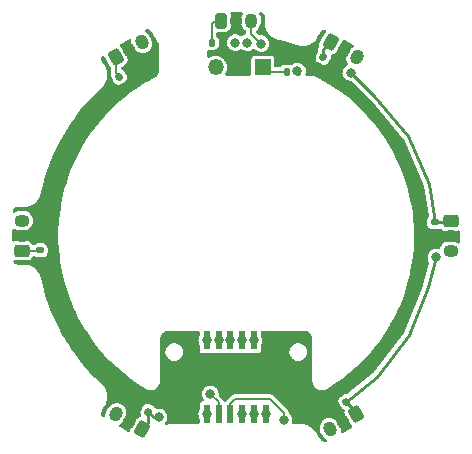
<source format=gtl>
%TF.GenerationSoftware,KiCad,Pcbnew,(6.0.5)*%
%TF.CreationDate,2022-06-17T15:31:11-04:00*%
%TF.ProjectId,Hall_ring,48616c6c-5f72-4696-9e67-2e6b69636164,0*%
%TF.SameCoordinates,Original*%
%TF.FileFunction,Copper,L1,Top*%
%TF.FilePolarity,Positive*%
%FSLAX46Y46*%
G04 Gerber Fmt 4.6, Leading zero omitted, Abs format (unit mm)*
G04 Created by KiCad (PCBNEW (6.0.5)) date 2022-06-17 15:31:11*
%MOMM*%
%LPD*%
G01*
G04 APERTURE LIST*
G04 Aperture macros list*
%AMRoundRect*
0 Rectangle with rounded corners*
0 $1 Rounding radius*
0 $2 $3 $4 $5 $6 $7 $8 $9 X,Y pos of 4 corners*
0 Add a 4 corners polygon primitive as box body*
4,1,4,$2,$3,$4,$5,$6,$7,$8,$9,$2,$3,0*
0 Add four circle primitives for the rounded corners*
1,1,$1+$1,$2,$3*
1,1,$1+$1,$4,$5*
1,1,$1+$1,$6,$7*
1,1,$1+$1,$8,$9*
0 Add four rect primitives between the rounded corners*
20,1,$1+$1,$2,$3,$4,$5,0*
20,1,$1+$1,$4,$5,$6,$7,0*
20,1,$1+$1,$6,$7,$8,$9,0*
20,1,$1+$1,$8,$9,$2,$3,0*%
%AMHorizOval*
0 Thick line with rounded ends*
0 $1 width*
0 $2 $3 position (X,Y) of the first rounded end (center of the circle)*
0 $4 $5 position (X,Y) of the second rounded end (center of the circle)*
0 Add line between two ends*
20,1,$1,$2,$3,$4,$5,0*
0 Add two circle primitives to create the rounded ends*
1,1,$1,$2,$3*
1,1,$1,$4,$5*%
G04 Aperture macros list end*
%TA.AperFunction,SMDPad,CuDef*%
%ADD10RoundRect,0.147500X-0.213989X-0.075639X0.041489X-0.223139X0.213989X0.075639X-0.041489X0.223139X0*%
%TD*%
%TA.AperFunction,SMDPad,CuDef*%
%ADD11RoundRect,0.147500X-0.172500X0.147500X-0.172500X-0.147500X0.172500X-0.147500X0.172500X0.147500X0*%
%TD*%
%TA.AperFunction,SMDPad,CuDef*%
%ADD12RoundRect,0.147500X0.041489X0.223139X-0.213989X0.075639X-0.041489X-0.223139X0.213989X-0.075639X0*%
%TD*%
%TA.AperFunction,SMDPad,CuDef*%
%ADD13RoundRect,0.147500X-0.041489X-0.223139X0.213989X-0.075639X0.041489X0.223139X-0.213989X0.075639X0*%
%TD*%
%TA.AperFunction,SMDPad,CuDef*%
%ADD14RoundRect,0.147500X-0.147500X-0.172500X0.147500X-0.172500X0.147500X0.172500X-0.147500X0.172500X0*%
%TD*%
%TA.AperFunction,SMDPad,CuDef*%
%ADD15RoundRect,0.147500X0.172500X-0.147500X0.172500X0.147500X-0.172500X0.147500X-0.172500X-0.147500X0*%
%TD*%
%TA.AperFunction,ComponentPad*%
%ADD16R,1.350000X1.350000*%
%TD*%
%TA.AperFunction,ComponentPad*%
%ADD17O,1.350000X1.350000*%
%TD*%
%TA.AperFunction,SMDPad,CuDef*%
%ADD18RoundRect,0.147500X0.147500X0.172500X-0.147500X0.172500X-0.147500X-0.172500X0.147500X-0.172500X0*%
%TD*%
%TA.AperFunction,ComponentPad*%
%ADD19RoundRect,0.249900X-0.275100X-0.400100X0.275100X-0.400100X0.275100X0.400100X-0.275100X0.400100X0*%
%TD*%
%TA.AperFunction,ComponentPad*%
%ADD20O,1.050000X1.300000*%
%TD*%
%TA.AperFunction,SMDPad,CuDef*%
%ADD21RoundRect,0.147500X0.213989X0.075639X-0.041489X0.223139X-0.213989X-0.075639X0.041489X-0.223139X0*%
%TD*%
%TA.AperFunction,SMDPad,CuDef*%
%ADD22R,0.600000X1.600000*%
%TD*%
%TA.AperFunction,ComponentPad*%
%ADD23C,1.248000*%
%TD*%
%TA.AperFunction,ComponentPad*%
%ADD24RoundRect,0.249900X0.438294X0.208947X-0.038194X0.484047X-0.438294X-0.208947X0.038194X-0.484047X0*%
%TD*%
%TA.AperFunction,ComponentPad*%
%ADD25HorizOval,1.050000X0.062500X0.108253X-0.062500X-0.108253X0*%
%TD*%
%TA.AperFunction,ComponentPad*%
%ADD26RoundRect,0.249900X-0.400100X0.275100X-0.400100X-0.275100X0.400100X-0.275100X0.400100X0.275100X0*%
%TD*%
%TA.AperFunction,ComponentPad*%
%ADD27O,1.300000X1.050000*%
%TD*%
%TA.AperFunction,ComponentPad*%
%ADD28RoundRect,0.249900X0.400100X-0.275100X0.400100X0.275100X-0.400100X0.275100X-0.400100X-0.275100X0*%
%TD*%
%TA.AperFunction,ComponentPad*%
%ADD29RoundRect,0.249900X-0.438294X-0.208947X0.038194X-0.484047X0.438294X0.208947X-0.038194X0.484047X0*%
%TD*%
%TA.AperFunction,ComponentPad*%
%ADD30HorizOval,1.050000X-0.062500X-0.108253X0.062500X0.108253X0*%
%TD*%
%TA.AperFunction,ComponentPad*%
%ADD31RoundRect,0.249900X-0.038194X-0.484047X0.438294X-0.208947X0.038194X0.484047X-0.438294X0.208947X0*%
%TD*%
%TA.AperFunction,ComponentPad*%
%ADD32HorizOval,1.050000X-0.062500X0.108253X0.062500X-0.108253X0*%
%TD*%
%TA.AperFunction,ComponentPad*%
%ADD33RoundRect,0.249900X0.038194X0.484047X-0.438294X0.208947X-0.038194X-0.484047X0.438294X-0.208947X0*%
%TD*%
%TA.AperFunction,ViaPad*%
%ADD34C,0.800000*%
%TD*%
%TA.AperFunction,Conductor*%
%ADD35C,0.250000*%
%TD*%
%TA.AperFunction,Conductor*%
%ADD36C,0.200000*%
%TD*%
G04 APERTURE END LIST*
D10*
%TO.P,C5,1*%
%TO.N,VCC*%
X134379978Y-114397500D03*
%TO.P,C5,2*%
%TO.N,GND*%
X135220022Y-114882500D03*
%TD*%
D11*
%TO.P,C4,1*%
%TO.N,VCC*%
X143800000Y-128405000D03*
%TO.P,C4,2*%
%TO.N,GND*%
X143800000Y-129375000D03*
%TD*%
D12*
%TO.P,C3,1*%
%TO.N,VCC*%
X136320022Y-143597500D03*
%TO.P,C3,2*%
%TO.N,GND*%
X135479978Y-144082500D03*
%TD*%
D13*
%TO.P,C7,1*%
%TO.N,/batt*%
X117079978Y-116082500D03*
%TO.P,C7,2*%
%TO.N,GND*%
X117920022Y-115597500D03*
%TD*%
D14*
%TO.P,C6,1*%
%TO.N,VCC*%
X124915000Y-113190000D03*
%TO.P,C6,2*%
%TO.N,GND*%
X125885000Y-113190000D03*
%TD*%
D15*
%TO.P,C1,1*%
%TO.N,VCC*%
X110400000Y-130790000D03*
%TO.P,C1,2*%
%TO.N,GND*%
X110400000Y-129820000D03*
%TD*%
D16*
%TO.P,D1,1*%
%TO.N,Net-(D1-Pad1)*%
X129250000Y-115290000D03*
D17*
%TO.P,D1,2*%
%TO.N,GND*%
X127250000Y-115290000D03*
%TO.P,D1,3*%
%TO.N,Net-(D1-Pad3)*%
X125250000Y-115290000D03*
%TD*%
D18*
%TO.P,R1,1*%
%TO.N,Net-(J1-Pad03)*%
X132235000Y-115690000D03*
%TO.P,R1,2*%
%TO.N,Net-(D1-Pad1)*%
X131265000Y-115690000D03*
%TD*%
D19*
%TO.P,U6,1*%
%TO.N,VCC*%
X125704600Y-111340000D03*
D20*
%TO.P,U6,2*%
%TO.N,GND*%
X126974600Y-111340000D03*
%TO.P,U6,3*%
%TO.N,/hall_button*%
X128244600Y-111340000D03*
%TD*%
D21*
%TO.P,C2,1*%
%TO.N,VCC*%
X119550000Y-144440000D03*
%TO.P,C2,2*%
%TO.N,GND*%
X118709956Y-143955000D03*
%TD*%
D18*
%TO.P,R2,1*%
%TO.N,Net-(J1-Pad05)*%
X127885000Y-113190000D03*
%TO.P,R2,2*%
%TO.N,Net-(D1-Pad3)*%
X126915000Y-113190000D03*
%TD*%
D22*
%TO.P,J1,01*%
%TO.N,GND*%
X129500000Y-138415000D03*
%TO.P,J1,02*%
%TO.N,VCC*%
X129500000Y-144665000D03*
%TO.P,J1,03*%
%TO.N,Net-(J1-Pad03)*%
X128500000Y-138415000D03*
%TO.P,J1,04*%
%TO.N,/hall_4*%
X128500000Y-144665000D03*
%TO.P,J1,05*%
%TO.N,Net-(J1-Pad05)*%
X127500000Y-138415000D03*
%TO.P,J1,06*%
%TO.N,/hall_5*%
X127500000Y-144665000D03*
%TO.P,J1,07*%
%TO.N,/hall_button*%
X126500000Y-138415000D03*
%TO.P,J1,08*%
%TO.N,/hall_3*%
X126500000Y-144665000D03*
%TO.P,J1,09*%
%TO.N,/batt*%
X125500000Y-138415000D03*
%TO.P,J1,10*%
%TO.N,/hall_1*%
X125500000Y-144665000D03*
%TO.P,J1,11*%
%TO.N,/disable_power*%
X124500000Y-138415000D03*
%TO.P,J1,12*%
%TO.N,/hall_2*%
X124500000Y-144665000D03*
D23*
%TO.P,J1,S1*%
%TO.N,GND*%
X130750000Y-142040000D03*
%TO.P,J1,S2*%
X123250000Y-142040000D03*
%TD*%
D24*
%TO.P,U2,1*%
%TO.N,VCC*%
X118999852Y-145925000D03*
D25*
%TO.P,U2,2*%
%TO.N,GND*%
X117900000Y-145290000D03*
%TO.P,U2,3*%
%TO.N,/hall_2*%
X116800147Y-144655000D03*
%TD*%
D26*
%TO.P,U4,1*%
%TO.N,VCC*%
X145150000Y-128320000D03*
D27*
%TO.P,U4,2*%
%TO.N,GND*%
X145150000Y-129590000D03*
%TO.P,U4,3*%
%TO.N,/hall_4*%
X145150000Y-130860000D03*
%TD*%
D28*
%TO.P,U1,1*%
%TO.N,VCC*%
X108850000Y-130810000D03*
D27*
%TO.P,U1,2*%
%TO.N,GND*%
X108850000Y-129540000D03*
%TO.P,U1,3*%
%TO.N,/hall_1*%
X108850000Y-128270000D03*
%TD*%
D29*
%TO.P,U5,1*%
%TO.N,VCC*%
X135000148Y-113155000D03*
D30*
%TO.P,U5,2*%
%TO.N,GND*%
X136100000Y-113790000D03*
%TO.P,U5,3*%
%TO.N,/hall_5*%
X137199853Y-114425000D03*
%TD*%
D31*
%TO.P,U7,1*%
%TO.N,/batt*%
X116800148Y-114425000D03*
D32*
%TO.P,U7,2*%
%TO.N,GND*%
X117900000Y-113790000D03*
%TO.P,U7,3*%
%TO.N,/disable_power*%
X118999853Y-113155000D03*
%TD*%
D33*
%TO.P,U3,1*%
%TO.N,VCC*%
X137149852Y-144655000D03*
D32*
%TO.P,U3,2*%
%TO.N,GND*%
X136050000Y-145290000D03*
%TO.P,U3,3*%
%TO.N,/hall_3*%
X134950147Y-145925000D03*
%TD*%
D34*
%TO.N,VCC*%
X136700000Y-115740000D03*
X120450000Y-144889990D03*
X143900000Y-131340000D03*
X129500000Y-144664992D03*
%TO.N,Net-(D1-Pad3)*%
X126900000Y-113190000D03*
%TO.N,/hall_5*%
X127500000Y-144665012D03*
%TO.N,/hall_3*%
X131040911Y-145139991D03*
%TO.N,/hall_1*%
X124800000Y-142940000D03*
%TO.N,/hall_button*%
X126500000Y-138415000D03*
X129090432Y-113280000D03*
%TO.N,/hall_4*%
X128500000Y-144665012D03*
%TO.N,/hall_2*%
X124500000Y-144665020D03*
%TO.N,/batt*%
X125500000Y-138415000D03*
%TO.N,Net-(J1-Pad03)*%
X132185032Y-115614996D03*
X128500000Y-138415000D03*
%TO.N,Net-(J1-Pad05)*%
X127500000Y-138415000D03*
X127891776Y-113198224D03*
%TO.N,/disable_power*%
X124500000Y-138415000D03*
%TD*%
D35*
%TO.N,VCC*%
X141600000Y-137990000D02*
X138900000Y-141490000D01*
X136700000Y-115740000D02*
X138700000Y-117740000D01*
X134379978Y-114397500D02*
X134379978Y-113775170D01*
X143250000Y-133890000D02*
X141600000Y-137990000D01*
D36*
X124915000Y-111604600D02*
X124915000Y-113190000D01*
D35*
X118999852Y-145925000D02*
X119550000Y-145374852D01*
X143900000Y-131340000D02*
X143250000Y-133890000D01*
X137149852Y-144427330D02*
X137149852Y-144655000D01*
X136320022Y-143597500D02*
X137149852Y-144427330D01*
D36*
X125704600Y-111340000D02*
X125179600Y-111340000D01*
D35*
X134379978Y-113775170D02*
X135000148Y-113155000D01*
X119999990Y-144889990D02*
X120450000Y-144889990D01*
X143300000Y-125190000D02*
X143800000Y-128405000D01*
D36*
X108850000Y-130810000D02*
X110380000Y-130810000D01*
D35*
X119550000Y-144440000D02*
X119999990Y-144889990D01*
X141550000Y-121140000D02*
X143300000Y-125190000D01*
X136320022Y-143597500D02*
X138900000Y-141490000D01*
D36*
X125179600Y-111340000D02*
X124915000Y-111604600D01*
D35*
X143800000Y-128405000D02*
X145065000Y-128405000D01*
X145065000Y-128405000D02*
X145150000Y-128320000D01*
D36*
X110380000Y-130810000D02*
X110400000Y-130790000D01*
D35*
X119550000Y-145374852D02*
X119550000Y-144440000D01*
X138700000Y-117740000D02*
X141550000Y-121140000D01*
D36*
%TO.N,GND*%
X109130000Y-129820000D02*
X108850000Y-129540000D01*
X136050000Y-145290000D02*
X136050000Y-144652522D01*
X136050000Y-144652522D02*
X135479978Y-144082500D01*
X110400000Y-129820000D02*
X109130000Y-129820000D01*
X118859956Y-144330044D02*
X117900000Y-145290000D01*
X135220022Y-114882500D02*
X135220022Y-114669978D01*
X135220022Y-114669978D02*
X136100000Y-113790000D01*
%TO.N,Net-(D1-Pad1)*%
X129650000Y-115690000D02*
X129250000Y-115290000D01*
X131265000Y-115690000D02*
X129650000Y-115690000D01*
%TO.N,/hall_3*%
X126500000Y-143790000D02*
X126925001Y-143364999D01*
X131040911Y-144574306D02*
X131040911Y-145139991D01*
X126500000Y-144415000D02*
X126500000Y-143790000D01*
X126925001Y-143364999D02*
X129831604Y-143364999D01*
X129831604Y-143364999D02*
X131040911Y-144574306D01*
%TO.N,/hall_1*%
X125500000Y-144415000D02*
X125500000Y-143640000D01*
X125500000Y-143640000D02*
X124800000Y-142940000D01*
%TO.N,/hall_button*%
X128244600Y-111340000D02*
X128244600Y-112434168D01*
X128244600Y-112434168D02*
X129090432Y-113280000D01*
%TO.N,/batt*%
X116800148Y-115802670D02*
X117079978Y-116082500D01*
X116800148Y-114425000D02*
X116800148Y-115802670D01*
%TD*%
%TA.AperFunction,Conductor*%
%TO.N,GND*%
G36*
X127497403Y-110610502D02*
G01*
X127543896Y-110664158D01*
X127554000Y-110734432D01*
X127537384Y-110780856D01*
X127534333Y-110784847D01*
X127531451Y-110791028D01*
X127531449Y-110791031D01*
X127513010Y-110830575D01*
X127458533Y-110947401D01*
X127419407Y-111122440D01*
X127419100Y-111127931D01*
X127419100Y-111509810D01*
X127433603Y-111643309D01*
X127490811Y-111813300D01*
X127583187Y-111967040D01*
X127587878Y-111972000D01*
X127587879Y-111972002D01*
X127626492Y-112012834D01*
X127706422Y-112097357D01*
X127788925Y-112153425D01*
X127834021Y-112208255D01*
X127844100Y-112257635D01*
X127844100Y-112389900D01*
X127824098Y-112458021D01*
X127770442Y-112504514D01*
X127747524Y-112512416D01*
X127645808Y-112536836D01*
X127639064Y-112540317D01*
X127639061Y-112540318D01*
X127509854Y-112607007D01*
X127495145Y-112614599D01*
X127489423Y-112619591D01*
X127489421Y-112619592D01*
X127483913Y-112624397D01*
X127419430Y-112654103D01*
X127349123Y-112644231D01*
X127317268Y-112623521D01*
X127308392Y-112615612D01*
X127308388Y-112615610D01*
X127302721Y-112610560D01*
X127279268Y-112598142D01*
X127215795Y-112564535D01*
X127152881Y-112531224D01*
X126988441Y-112489919D01*
X126980843Y-112489879D01*
X126980841Y-112489879D01*
X126903668Y-112489475D01*
X126818895Y-112489031D01*
X126811508Y-112490805D01*
X126811504Y-112490805D01*
X126668162Y-112525220D01*
X126654032Y-112528612D01*
X126647288Y-112532093D01*
X126647285Y-112532094D01*
X126519320Y-112598142D01*
X126503369Y-112606375D01*
X126497647Y-112611367D01*
X126497645Y-112611368D01*
X126456359Y-112647384D01*
X126375604Y-112717831D01*
X126349068Y-112755588D01*
X126284156Y-112847949D01*
X126278113Y-112856547D01*
X126216524Y-113014513D01*
X126215532Y-113022046D01*
X126215532Y-113022047D01*
X126198851Y-113148759D01*
X126194394Y-113182611D01*
X126212999Y-113351135D01*
X126236248Y-113414665D01*
X126262117Y-113485354D01*
X126271266Y-113510356D01*
X126365830Y-113651083D01*
X126371442Y-113656190D01*
X126371445Y-113656193D01*
X126485612Y-113760077D01*
X126485616Y-113760080D01*
X126491233Y-113765191D01*
X126497906Y-113768814D01*
X126497910Y-113768817D01*
X126633558Y-113842467D01*
X126633560Y-113842468D01*
X126640235Y-113846092D01*
X126647584Y-113848020D01*
X126796883Y-113887188D01*
X126796885Y-113887188D01*
X126804233Y-113889116D01*
X126890609Y-113890473D01*
X126966161Y-113891660D01*
X126966164Y-113891660D01*
X126973760Y-113891779D01*
X126981165Y-113890083D01*
X126981166Y-113890083D01*
X127088943Y-113865399D01*
X127139029Y-113853928D01*
X127290498Y-113777747D01*
X127296269Y-113772818D01*
X127296272Y-113772816D01*
X127302395Y-113767586D01*
X127307786Y-113762982D01*
X127372574Y-113733949D01*
X127442774Y-113744553D01*
X127474417Y-113765597D01*
X127483009Y-113773415D01*
X127512419Y-113789383D01*
X127625334Y-113850691D01*
X127625336Y-113850692D01*
X127632011Y-113854316D01*
X127639360Y-113856244D01*
X127788659Y-113895412D01*
X127788661Y-113895412D01*
X127796009Y-113897340D01*
X127882385Y-113898697D01*
X127957937Y-113899884D01*
X127957940Y-113899884D01*
X127965536Y-113900003D01*
X127972941Y-113898307D01*
X127972942Y-113898307D01*
X128033362Y-113884469D01*
X128130805Y-113862152D01*
X128282274Y-113785971D01*
X128367982Y-113712769D01*
X128432772Y-113683738D01*
X128502972Y-113694343D01*
X128545308Y-113730540D01*
X128547060Y-113729027D01*
X128552029Y-113734784D01*
X128556262Y-113741083D01*
X128561874Y-113746190D01*
X128561877Y-113746193D01*
X128676044Y-113850077D01*
X128676048Y-113850080D01*
X128681665Y-113855191D01*
X128688338Y-113858814D01*
X128688342Y-113858817D01*
X128823990Y-113932467D01*
X128823992Y-113932468D01*
X128830667Y-113936092D01*
X128838016Y-113938020D01*
X128987315Y-113977188D01*
X128987317Y-113977188D01*
X128994665Y-113979116D01*
X129081041Y-113980473D01*
X129156593Y-113981660D01*
X129156596Y-113981660D01*
X129164192Y-113981779D01*
X129171597Y-113980083D01*
X129171598Y-113980083D01*
X129232018Y-113966245D01*
X129329461Y-113943928D01*
X129480930Y-113867747D01*
X129592079Y-113772816D01*
X129604083Y-113762564D01*
X129604084Y-113762563D01*
X129609855Y-113757634D01*
X129708793Y-113619947D01*
X129721198Y-113589090D01*
X129769198Y-113469687D01*
X129769199Y-113469685D01*
X129772033Y-113462634D01*
X129786253Y-113362719D01*
X129795341Y-113298862D01*
X129795341Y-113298859D01*
X129795922Y-113294778D01*
X129796077Y-113280000D01*
X129775708Y-113111680D01*
X129715777Y-112953077D01*
X129697534Y-112926533D01*
X129624046Y-112819608D01*
X129624045Y-112819607D01*
X129619744Y-112813349D01*
X129597418Y-112793457D01*
X129498824Y-112705612D01*
X129498820Y-112705610D01*
X129493153Y-112700560D01*
X129343313Y-112621224D01*
X129178873Y-112579919D01*
X129171275Y-112579879D01*
X129171273Y-112579879D01*
X129009327Y-112579031D01*
X129009342Y-112576097D01*
X128952757Y-112566356D01*
X128919154Y-112542329D01*
X128708971Y-112332146D01*
X128674945Y-112269834D01*
X128680010Y-112199019D01*
X128716738Y-112146813D01*
X128840715Y-112042045D01*
X128840719Y-112042041D01*
X128845929Y-112037638D01*
X128859664Y-112019674D01*
X128950723Y-111900574D01*
X128950726Y-111900570D01*
X128954867Y-111895153D01*
X129030667Y-111732599D01*
X129069793Y-111557560D01*
X129070100Y-111552069D01*
X129070100Y-111170190D01*
X129055597Y-111036691D01*
X128998389Y-110866700D01*
X128952578Y-110790457D01*
X128934638Y-110721765D01*
X128956684Y-110654278D01*
X129011717Y-110609424D01*
X129077026Y-110600641D01*
X129099891Y-110603651D01*
X129131664Y-110612164D01*
X129209426Y-110644374D01*
X129237912Y-110660821D01*
X129304681Y-110712055D01*
X129327939Y-110735313D01*
X129379179Y-110802090D01*
X129395625Y-110830575D01*
X129427836Y-110908337D01*
X129436349Y-110940107D01*
X129445700Y-111011133D01*
X129446778Y-111027583D01*
X129446778Y-111029141D01*
X129444863Y-111040000D01*
X129446777Y-111050855D01*
X129446777Y-111050856D01*
X129447589Y-111055459D01*
X129449503Y-111077339D01*
X129449503Y-111562234D01*
X129447590Y-111584108D01*
X129444867Y-111599555D01*
X129446011Y-111606042D01*
X129446739Y-111615661D01*
X129446739Y-111615662D01*
X129449322Y-111649777D01*
X129461505Y-111810687D01*
X129462574Y-111815325D01*
X129462575Y-111815329D01*
X129508008Y-112012370D01*
X129509078Y-112017010D01*
X129510835Y-112021439D01*
X129510836Y-112021442D01*
X129538291Y-112090647D01*
X129587157Y-112213825D01*
X129589554Y-112217929D01*
X129589556Y-112217932D01*
X129670032Y-112355686D01*
X129693963Y-112396649D01*
X129827064Y-112561320D01*
X129830584Y-112564534D01*
X129830585Y-112564535D01*
X129979916Y-112700880D01*
X129979920Y-112700883D01*
X129983429Y-112704087D01*
X129987378Y-112706725D01*
X129987382Y-112706728D01*
X130013306Y-112724045D01*
X130159496Y-112821699D01*
X130163804Y-112823716D01*
X130163806Y-112823717D01*
X130181543Y-112832021D01*
X130351257Y-112911477D01*
X130355820Y-112912823D01*
X130355823Y-112912824D01*
X130540320Y-112967241D01*
X130540322Y-112967241D01*
X130547515Y-112969363D01*
X130554186Y-112972073D01*
X130554189Y-112972073D01*
X130554194Y-112972075D01*
X130565036Y-112972474D01*
X130565329Y-112972485D01*
X130566461Y-112972526D01*
X130590322Y-112975706D01*
X131108700Y-113096065D01*
X131112783Y-113097085D01*
X131659676Y-113243624D01*
X131663726Y-113244782D01*
X132172823Y-113399729D01*
X132195078Y-113408907D01*
X132205955Y-113414664D01*
X132205959Y-113414665D01*
X132205962Y-113414666D01*
X132211697Y-113415461D01*
X132217355Y-113416784D01*
X132217353Y-113416794D01*
X132218813Y-113417071D01*
X132376480Y-113455108D01*
X132411999Y-113463677D01*
X132416734Y-113464084D01*
X132416736Y-113464084D01*
X132450001Y-113466941D01*
X132622957Y-113481796D01*
X132627708Y-113481485D01*
X132627712Y-113481485D01*
X132757297Y-113473001D01*
X132834239Y-113467964D01*
X133041034Y-113422496D01*
X133208235Y-113358129D01*
X133234193Y-113348136D01*
X133234194Y-113348135D01*
X133238632Y-113346427D01*
X133422534Y-113241491D01*
X133588551Y-113110076D01*
X133651091Y-113042966D01*
X133729665Y-112958651D01*
X133729667Y-112958648D01*
X133732903Y-112955176D01*
X133819138Y-112828886D01*
X133820503Y-112826935D01*
X133820561Y-112826845D01*
X133822360Y-112824333D01*
X133822364Y-112824328D01*
X133822744Y-112824600D01*
X133823709Y-112823766D01*
X133822976Y-112823265D01*
X133822977Y-112823264D01*
X133848296Y-112786185D01*
X133852920Y-112780674D01*
X133858280Y-112765947D01*
X133867560Y-112746045D01*
X134073180Y-112389900D01*
X134110024Y-112326085D01*
X134122616Y-112308100D01*
X134125614Y-112304527D01*
X134125614Y-112304526D01*
X134132700Y-112296081D01*
X134136470Y-112285720D01*
X134137246Y-112284376D01*
X134146402Y-112270671D01*
X134155834Y-112258378D01*
X134190020Y-112213819D01*
X134213279Y-112190558D01*
X134280058Y-112139311D01*
X134308542Y-112122863D01*
X134322396Y-112117124D01*
X134386310Y-112090646D01*
X134418075Y-112082133D01*
X134451677Y-112077707D01*
X134521825Y-112088645D01*
X134574925Y-112135771D01*
X134594117Y-112204124D01*
X134573308Y-112272003D01*
X134563022Y-112284783D01*
X134560962Y-112286416D01*
X134506676Y-112358719D01*
X134063812Y-113125781D01*
X134054011Y-113148759D01*
X134031514Y-113201501D01*
X134031513Y-113201505D01*
X134028339Y-113208946D01*
X134006309Y-113358129D01*
X134022382Y-113485354D01*
X134011076Y-113555445D01*
X134004800Y-113565987D01*
X134001956Y-113571568D01*
X133996129Y-113579589D01*
X133993065Y-113589020D01*
X133993063Y-113589023D01*
X133988714Y-113602407D01*
X133981150Y-113620668D01*
X133977048Y-113628719D01*
X133970259Y-113642044D01*
X133968708Y-113651838D01*
X133966506Y-113665740D01*
X133961892Y-113684960D01*
X133954478Y-113707777D01*
X133954478Y-113909726D01*
X133937597Y-113972726D01*
X133751247Y-114295496D01*
X133738130Y-114324143D01*
X133736711Y-114331689D01*
X133736710Y-114331692D01*
X133727409Y-114381156D01*
X133713234Y-114456537D01*
X133728367Y-114590400D01*
X133732128Y-114599029D01*
X133732129Y-114599033D01*
X133770717Y-114687566D01*
X133782192Y-114713895D01*
X133869951Y-114816103D01*
X133895632Y-114834354D01*
X133898193Y-114835833D01*
X133898203Y-114835839D01*
X134050024Y-114923492D01*
X134243824Y-115035382D01*
X134246531Y-115036622D01*
X134246536Y-115036624D01*
X134252047Y-115039147D01*
X134272470Y-115048498D01*
X134404865Y-115073395D01*
X134465370Y-115066555D01*
X134529363Y-115059321D01*
X134529366Y-115059320D01*
X134538727Y-115058262D01*
X134547364Y-115054498D01*
X134547366Y-115054497D01*
X134653588Y-115008199D01*
X134662222Y-115004436D01*
X134764431Y-114916678D01*
X134782682Y-114890997D01*
X134784161Y-114888436D01*
X134784167Y-114888426D01*
X134967804Y-114570354D01*
X135008709Y-114499504D01*
X135021826Y-114470857D01*
X135025282Y-114452482D01*
X135044982Y-114347715D01*
X135046722Y-114338463D01*
X135044456Y-114318422D01*
X135056678Y-114248488D01*
X135104770Y-114196261D01*
X135153861Y-114179263D01*
X135182135Y-114175691D01*
X135321153Y-114117254D01*
X135439334Y-114023584D01*
X135493620Y-113951281D01*
X135936484Y-113184219D01*
X135953766Y-113143702D01*
X135968782Y-113108499D01*
X135968783Y-113108495D01*
X135971957Y-113101054D01*
X135980535Y-113042966D01*
X136010274Y-112978498D01*
X136070146Y-112940342D01*
X136141142Y-112940613D01*
X136168183Y-112952254D01*
X136879129Y-113362719D01*
X136928122Y-113414101D01*
X136941558Y-113483815D01*
X136915172Y-113549726D01*
X136873574Y-113581313D01*
X136874601Y-113583181D01*
X136868627Y-113586465D01*
X136862321Y-113589090D01*
X136856727Y-113593007D01*
X136856725Y-113593008D01*
X136816974Y-113620842D01*
X136715399Y-113691965D01*
X136593995Y-113823990D01*
X136590984Y-113828592D01*
X136488079Y-114006829D01*
X136415077Y-114133272D01*
X136400044Y-114159309D01*
X136345855Y-114282174D01*
X136343516Y-114293775D01*
X136311751Y-114451307D01*
X136311751Y-114451312D01*
X136310403Y-114457995D01*
X136313532Y-114637325D01*
X136315114Y-114643965D01*
X136348871Y-114785661D01*
X136355098Y-114811801D01*
X136358065Y-114817939D01*
X136358066Y-114817941D01*
X136380682Y-114864723D01*
X136409093Y-114923492D01*
X136424658Y-114955690D01*
X136436298Y-115025726D01*
X136408227Y-115090937D01*
X136369008Y-115122496D01*
X136329618Y-115142827D01*
X136303369Y-115156375D01*
X136297647Y-115161367D01*
X136297645Y-115161368D01*
X136226069Y-115223808D01*
X136175604Y-115267831D01*
X136078113Y-115406547D01*
X136016524Y-115564513D01*
X136015532Y-115572046D01*
X136015532Y-115572047D01*
X135998614Y-115700559D01*
X135994394Y-115732611D01*
X136012999Y-115901135D01*
X136039345Y-115973127D01*
X136063963Y-116040399D01*
X136071266Y-116060356D01*
X136075502Y-116066659D01*
X136075502Y-116066660D01*
X136090617Y-116089153D01*
X136165830Y-116201083D01*
X136171442Y-116206190D01*
X136171445Y-116206193D01*
X136285612Y-116310077D01*
X136285616Y-116310080D01*
X136291233Y-116315191D01*
X136297906Y-116318814D01*
X136297910Y-116318817D01*
X136433558Y-116392467D01*
X136433560Y-116392468D01*
X136440235Y-116396092D01*
X136447584Y-116398020D01*
X136596883Y-116437188D01*
X136596885Y-116437188D01*
X136604233Y-116439116D01*
X136690920Y-116440478D01*
X136749423Y-116441397D01*
X136817221Y-116462466D01*
X136836539Y-116478286D01*
X138381995Y-118023742D01*
X138389462Y-118031894D01*
X140809243Y-120918651D01*
X141172219Y-121351675D01*
X141191320Y-121382639D01*
X142881518Y-125294239D01*
X142890357Y-125324854D01*
X143290373Y-127896958D01*
X143281077Y-127967343D01*
X143267222Y-127991180D01*
X143227101Y-128045500D01*
X143182465Y-128172605D01*
X143179500Y-128203971D01*
X143179501Y-128606028D01*
X143182465Y-128637395D01*
X143185009Y-128644641D01*
X143185010Y-128644643D01*
X143209538Y-128714489D01*
X143227101Y-128764500D01*
X143307138Y-128872862D01*
X143314709Y-128878454D01*
X143387935Y-128932539D01*
X143415500Y-128952899D01*
X143542605Y-128997535D01*
X143550251Y-128998258D01*
X143550252Y-128998258D01*
X143556335Y-128998833D01*
X143573971Y-129000500D01*
X143799809Y-129000500D01*
X144026028Y-129000499D01*
X144028976Y-129000220D01*
X144028985Y-129000220D01*
X144049745Y-128998258D01*
X144049746Y-128998258D01*
X144057395Y-128997535D01*
X144064641Y-128994991D01*
X144064643Y-128994990D01*
X144122042Y-128974833D01*
X144184500Y-128952899D01*
X144192083Y-128947298D01*
X144193139Y-128946739D01*
X144262701Y-128932539D01*
X144328898Y-128958200D01*
X144345706Y-128975111D01*
X144345781Y-128975036D01*
X144351861Y-128981116D01*
X144357049Y-128987951D01*
X144477166Y-129079125D01*
X144518353Y-129095432D01*
X144609847Y-129131657D01*
X144609849Y-129131658D01*
X144617377Y-129134638D01*
X144707136Y-129145500D01*
X145592864Y-129145500D01*
X145682623Y-129134638D01*
X145690151Y-129131658D01*
X145690153Y-129131657D01*
X145777121Y-129097224D01*
X145847821Y-129090745D01*
X145910801Y-129123518D01*
X145946065Y-129185137D01*
X145949504Y-129214376D01*
X145949504Y-130081612D01*
X145929502Y-130149733D01*
X145875846Y-130196226D01*
X145805572Y-130206330D01*
X145746977Y-130181710D01*
X145705153Y-130149733D01*
X145542599Y-130073933D01*
X145367560Y-130034807D01*
X145362069Y-130034500D01*
X144980190Y-130034500D01*
X144846691Y-130049003D01*
X144676700Y-130106211D01*
X144522960Y-130198587D01*
X144392643Y-130321822D01*
X144291829Y-130470166D01*
X144289297Y-130476497D01*
X144243325Y-130591435D01*
X144199456Y-130647256D01*
X144132371Y-130670497D01*
X144095641Y-130666846D01*
X143988441Y-130639919D01*
X143980843Y-130639879D01*
X143980841Y-130639879D01*
X143903668Y-130639475D01*
X143818895Y-130639031D01*
X143811508Y-130640805D01*
X143811504Y-130640805D01*
X143668162Y-130675220D01*
X143654032Y-130678612D01*
X143647288Y-130682093D01*
X143647285Y-130682094D01*
X143587695Y-130712851D01*
X143503369Y-130756375D01*
X143375604Y-130867831D01*
X143371237Y-130874045D01*
X143291102Y-130988066D01*
X143278113Y-131006547D01*
X143216524Y-131164513D01*
X143215532Y-131172046D01*
X143215532Y-131172047D01*
X143201465Y-131278902D01*
X143194394Y-131332611D01*
X143212999Y-131501135D01*
X143271266Y-131660356D01*
X143275504Y-131666662D01*
X143275504Y-131666663D01*
X143318106Y-131730062D01*
X143339498Y-131797759D01*
X143335620Y-131831459D01*
X142846757Y-133749308D01*
X142841550Y-133765227D01*
X141233702Y-137760485D01*
X141216579Y-137790404D01*
X138701215Y-141051061D01*
X138601797Y-141179936D01*
X138581745Y-141200554D01*
X136500170Y-142900925D01*
X136434761Y-142928529D01*
X136406306Y-142928545D01*
X136354269Y-142922662D01*
X136354262Y-142922662D01*
X136344909Y-142921605D01*
X136290500Y-142931837D01*
X136220057Y-142945083D01*
X136220053Y-142945084D01*
X136212514Y-142946502D01*
X136183868Y-142959617D01*
X135835677Y-143160646D01*
X135809995Y-143178897D01*
X135722236Y-143281105D01*
X135718473Y-143289739D01*
X135672173Y-143395967D01*
X135672172Y-143395971D01*
X135668411Y-143404600D01*
X135653278Y-143538463D01*
X135678174Y-143670857D01*
X135691289Y-143699503D01*
X135917319Y-144090995D01*
X135935569Y-144116678D01*
X135941391Y-144121677D01*
X135941392Y-144121678D01*
X135953690Y-144132237D01*
X136037778Y-144204436D01*
X136077672Y-144221824D01*
X136092984Y-144228498D01*
X136147438Y-144274052D01*
X136168620Y-144341816D01*
X136167645Y-144359795D01*
X136158013Y-144436042D01*
X136156013Y-144451871D01*
X136178043Y-144601054D01*
X136181217Y-144608495D01*
X136181218Y-144608499D01*
X136195308Y-144641532D01*
X136213516Y-144684219D01*
X136656380Y-145451281D01*
X136658655Y-145454312D01*
X136658657Y-145454314D01*
X136693511Y-145500736D01*
X136710666Y-145523584D01*
X136756406Y-145559837D01*
X136777757Y-145576760D01*
X136818718Y-145634749D01*
X136821826Y-145705677D01*
X136786094Y-145767026D01*
X136762493Y-145784623D01*
X136611209Y-145871967D01*
X136026419Y-146209595D01*
X135957424Y-146226333D01*
X135890332Y-146203112D01*
X135846445Y-146147305D01*
X135838469Y-146084246D01*
X135841955Y-146057409D01*
X135841955Y-146057402D01*
X135842833Y-146050643D01*
X135837050Y-145984545D01*
X135827796Y-145878765D01*
X135827796Y-145878763D01*
X135827201Y-145871967D01*
X135773565Y-145700816D01*
X135771085Y-145695907D01*
X135580146Y-145365190D01*
X135578140Y-145362450D01*
X135578136Y-145362443D01*
X135504862Y-145262329D01*
X135500836Y-145256828D01*
X135366297Y-145138216D01*
X135209427Y-145051261D01*
X135076027Y-145011493D01*
X135044082Y-145001970D01*
X135037544Y-145000021D01*
X135030743Y-144999522D01*
X135030740Y-144999521D01*
X134865467Y-144987384D01*
X134865464Y-144987384D01*
X134858667Y-144986885D01*
X134770980Y-144999521D01*
X134687899Y-145011493D01*
X134687896Y-145011494D01*
X134681142Y-145012467D01*
X134674749Y-145014870D01*
X134519641Y-145073171D01*
X134519637Y-145073173D01*
X134513252Y-145075573D01*
X134362830Y-145173258D01*
X134358040Y-145178116D01*
X134358038Y-145178117D01*
X134241681Y-145296109D01*
X134241678Y-145296113D01*
X134236892Y-145300966D01*
X134233258Y-145306737D01*
X134233257Y-145306738D01*
X134146386Y-145444689D01*
X134141317Y-145452738D01*
X134108894Y-145542798D01*
X134084730Y-145609917D01*
X134080562Y-145621493D01*
X134079685Y-145628249D01*
X134079684Y-145628251D01*
X134069834Y-145704091D01*
X134057461Y-145799358D01*
X134063244Y-145865452D01*
X134072032Y-145965891D01*
X134073094Y-145978034D01*
X134075133Y-145984541D01*
X134075134Y-145984545D01*
X134109792Y-146095139D01*
X134126729Y-146149185D01*
X134129209Y-146154094D01*
X134130085Y-146155611D01*
X134318443Y-146481858D01*
X134318449Y-146481867D01*
X134320148Y-146484810D01*
X134322154Y-146487550D01*
X134322158Y-146487557D01*
X134395428Y-146587666D01*
X134399458Y-146593172D01*
X134533997Y-146711785D01*
X134539964Y-146715093D01*
X134539969Y-146715096D01*
X134609980Y-146753903D01*
X134627206Y-146763451D01*
X134632856Y-146766583D01*
X134682738Y-146817102D01*
X134697389Y-146886571D01*
X134672157Y-146952932D01*
X134615053Y-146995118D01*
X134588211Y-147001708D01*
X134534423Y-147008787D01*
X134501533Y-147008785D01*
X134418097Y-146997797D01*
X134386326Y-146989282D01*
X134308578Y-146957073D01*
X134280094Y-146940625D01*
X134213331Y-146889389D01*
X134190074Y-146866130D01*
X134146118Y-146808838D01*
X134136963Y-146795135D01*
X134136469Y-146794278D01*
X134132699Y-146783920D01*
X134122614Y-146771900D01*
X134110021Y-146753914D01*
X133867561Y-146333960D01*
X133858282Y-146314062D01*
X133852918Y-146299324D01*
X133846005Y-146291085D01*
X133845615Y-146290502D01*
X133844208Y-146288064D01*
X133842182Y-146285363D01*
X133755484Y-146155611D01*
X133733611Y-146122875D01*
X133593225Y-145962794D01*
X133433146Y-145822406D01*
X133350267Y-145767026D01*
X133259544Y-145706404D01*
X133259537Y-145706400D01*
X133256113Y-145704112D01*
X133166401Y-145659869D01*
X133068853Y-145611761D01*
X133068850Y-145611760D01*
X133065154Y-145609937D01*
X132863536Y-145541493D01*
X132695069Y-145507978D01*
X132658752Y-145500753D01*
X132658750Y-145500753D01*
X132654710Y-145499949D01*
X132650606Y-145499680D01*
X132650599Y-145499679D01*
X132529219Y-145491720D01*
X132459491Y-145487148D01*
X132456452Y-145486782D01*
X132453901Y-145486782D01*
X132452637Y-145486699D01*
X132442248Y-145484867D01*
X132431391Y-145486781D01*
X132430377Y-145486960D01*
X132426818Y-145487587D01*
X132404944Y-145489501D01*
X131841059Y-145489501D01*
X131772938Y-145469499D01*
X131726445Y-145415843D01*
X131716341Y-145345569D01*
X131719353Y-145330889D01*
X131719679Y-145329672D01*
X131722512Y-145322625D01*
X131725572Y-145301126D01*
X131745820Y-145158853D01*
X131745820Y-145158850D01*
X131746401Y-145154769D01*
X131746556Y-145139991D01*
X131726187Y-144971671D01*
X131666256Y-144813068D01*
X131651181Y-144791134D01*
X131574525Y-144679599D01*
X131574524Y-144679598D01*
X131570223Y-144673340D01*
X131560854Y-144664992D01*
X131481969Y-144594708D01*
X131444413Y-144534458D01*
X131441410Y-144520666D01*
X131441410Y-144510873D01*
X131438347Y-144501445D01*
X131438346Y-144501440D01*
X131434614Y-144489953D01*
X131430000Y-144470733D01*
X131428110Y-144458799D01*
X131428108Y-144458791D01*
X131426557Y-144449002D01*
X131422057Y-144440171D01*
X131422056Y-144440167D01*
X131416569Y-144429399D01*
X131409005Y-144411138D01*
X131402207Y-144390216D01*
X131389279Y-144372422D01*
X131378949Y-144355565D01*
X131373463Y-144344799D01*
X131373462Y-144344798D01*
X131368961Y-144335964D01*
X131279253Y-144246256D01*
X130092513Y-143059515D01*
X130092509Y-143059512D01*
X130069946Y-143036949D01*
X130050350Y-143026964D01*
X130033497Y-143016638D01*
X130015694Y-143003703D01*
X129994770Y-142996904D01*
X129976510Y-142989340D01*
X129965745Y-142983855D01*
X129965741Y-142983854D01*
X129956908Y-142979353D01*
X129947117Y-142977802D01*
X129947116Y-142977802D01*
X129935182Y-142975912D01*
X129915957Y-142971296D01*
X129904472Y-142967564D01*
X129904468Y-142967563D01*
X129895037Y-142964499D01*
X126893482Y-142964499D01*
X126893478Y-142964500D01*
X126861568Y-142964500D01*
X126852141Y-142967563D01*
X126852134Y-142967564D01*
X126840648Y-142971296D01*
X126821428Y-142975910D01*
X126809494Y-142977800D01*
X126809486Y-142977802D01*
X126799697Y-142979353D01*
X126790866Y-142983853D01*
X126790862Y-142983854D01*
X126780094Y-142989341D01*
X126761833Y-142996905D01*
X126740911Y-143003703D01*
X126725919Y-143014596D01*
X126723117Y-143016631D01*
X126706260Y-143026961D01*
X126695494Y-143032447D01*
X126695493Y-143032448D01*
X126686659Y-143036949D01*
X126664092Y-143059516D01*
X126194516Y-143529091D01*
X126194513Y-143529095D01*
X126187711Y-143535897D01*
X126134211Y-143567016D01*
X126129154Y-143567618D01*
X126099403Y-143580833D01*
X126057735Y-143599341D01*
X125987360Y-143608714D01*
X125923089Y-143578552D01*
X125887054Y-143523584D01*
X125885646Y-143514696D01*
X125875658Y-143495093D01*
X125868094Y-143476832D01*
X125861296Y-143455910D01*
X125848368Y-143438116D01*
X125838038Y-143421259D01*
X125832552Y-143410493D01*
X125832551Y-143410492D01*
X125828050Y-143401658D01*
X125534520Y-143108128D01*
X125500494Y-143045816D01*
X125498872Y-143001280D01*
X125504909Y-142958863D01*
X125504909Y-142958857D01*
X125505490Y-142954778D01*
X125505645Y-142940000D01*
X125503840Y-142925080D01*
X125489583Y-142807274D01*
X125485276Y-142771680D01*
X125425345Y-142613077D01*
X125397450Y-142572490D01*
X125333614Y-142479608D01*
X125333613Y-142479607D01*
X125329312Y-142473349D01*
X125317514Y-142462837D01*
X125208392Y-142365612D01*
X125208388Y-142365610D01*
X125202721Y-142360560D01*
X125052881Y-142281224D01*
X124888441Y-142239919D01*
X124880843Y-142239879D01*
X124880841Y-142239879D01*
X124803668Y-142239475D01*
X124718895Y-142239031D01*
X124711508Y-142240805D01*
X124711504Y-142240805D01*
X124599020Y-142267811D01*
X124554032Y-142278612D01*
X124547288Y-142282093D01*
X124547285Y-142282094D01*
X124410117Y-142352892D01*
X124403369Y-142356375D01*
X124275604Y-142467831D01*
X124247738Y-142507481D01*
X124199445Y-142576195D01*
X124178113Y-142606547D01*
X124116524Y-142764513D01*
X124115532Y-142772046D01*
X124115532Y-142772047D01*
X124095614Y-142923345D01*
X124094394Y-142932611D01*
X124112999Y-143101135D01*
X124115609Y-143108266D01*
X124167754Y-143250758D01*
X124171266Y-143260356D01*
X124175502Y-143266659D01*
X124175502Y-143266660D01*
X124244395Y-143369184D01*
X124265787Y-143436882D01*
X124247183Y-143505397D01*
X124194490Y-143552978D01*
X124154705Y-143564577D01*
X124144129Y-143565836D01*
X124129154Y-143567618D01*
X124120514Y-143571456D01*
X124120513Y-143571456D01*
X124037482Y-143608337D01*
X124026847Y-143613061D01*
X123947759Y-143692287D01*
X123943056Y-143702924D01*
X123943055Y-143702926D01*
X123922706Y-143748954D01*
X123902494Y-143794673D01*
X123899500Y-143820354D01*
X123899500Y-144261963D01*
X123884544Y-144321506D01*
X123882485Y-144325347D01*
X123878113Y-144331567D01*
X123816524Y-144489533D01*
X123815532Y-144497066D01*
X123815532Y-144497067D01*
X123797650Y-144632900D01*
X123794394Y-144657631D01*
X123812999Y-144826155D01*
X123871266Y-144985376D01*
X123878081Y-144995519D01*
X123899500Y-145065794D01*
X123899500Y-145363501D01*
X123879498Y-145431622D01*
X123825842Y-145478115D01*
X123773500Y-145489501D01*
X121595094Y-145489501D01*
X121573218Y-145487587D01*
X121557778Y-145484865D01*
X121547505Y-145486676D01*
X121545948Y-145486778D01*
X121543525Y-145486778D01*
X121540640Y-145487126D01*
X121349425Y-145499662D01*
X121349421Y-145499663D01*
X121345311Y-145499932D01*
X121136480Y-145541473D01*
X121132580Y-145542797D01*
X121132576Y-145542798D01*
X121129040Y-145543998D01*
X121122481Y-145546225D01*
X121051548Y-145549184D01*
X120990274Y-145513323D01*
X120958115Y-145450027D01*
X120965281Y-145379393D01*
X120979654Y-145353387D01*
X121049626Y-145256009D01*
X121068361Y-145229937D01*
X121102857Y-145144126D01*
X121128766Y-145079677D01*
X121128767Y-145079675D01*
X121131601Y-145072624D01*
X121144895Y-144979211D01*
X121154909Y-144908852D01*
X121154909Y-144908849D01*
X121155490Y-144904768D01*
X121155645Y-144889990D01*
X121152106Y-144860741D01*
X121147196Y-144820171D01*
X121135276Y-144721670D01*
X121075345Y-144563067D01*
X121061403Y-144542781D01*
X120983614Y-144429598D01*
X120983613Y-144429597D01*
X120979312Y-144423339D01*
X120952721Y-144399647D01*
X120858392Y-144315602D01*
X120858388Y-144315600D01*
X120852721Y-144310550D01*
X120841127Y-144304411D01*
X120731290Y-144246256D01*
X120702881Y-144231214D01*
X120538441Y-144189909D01*
X120530843Y-144189869D01*
X120530841Y-144189869D01*
X120453668Y-144189465D01*
X120368895Y-144189021D01*
X120297254Y-144206221D01*
X120226349Y-144202674D01*
X120168614Y-144161354D01*
X120152335Y-144134043D01*
X120151548Y-144132237D01*
X120147786Y-144123605D01*
X120060027Y-144021397D01*
X120034346Y-144003146D01*
X120031785Y-144001667D01*
X120031775Y-144001661D01*
X119791439Y-143862904D01*
X119686154Y-143802118D01*
X119683447Y-143800878D01*
X119683442Y-143800876D01*
X119675257Y-143797129D01*
X119657508Y-143789002D01*
X119525113Y-143764105D01*
X119483768Y-143768779D01*
X119400615Y-143778179D01*
X119400612Y-143778180D01*
X119391251Y-143779238D01*
X119382614Y-143783002D01*
X119382612Y-143783003D01*
X119329462Y-143806169D01*
X119267756Y-143833064D01*
X119165547Y-143920822D01*
X119147296Y-143946503D01*
X119145817Y-143949064D01*
X119145811Y-143949074D01*
X119005698Y-144191760D01*
X118921269Y-144337996D01*
X118908152Y-144366643D01*
X118906733Y-144374189D01*
X118906732Y-144374192D01*
X118896351Y-144429399D01*
X118883256Y-144499037D01*
X118898389Y-144632900D01*
X118902151Y-144641531D01*
X118902151Y-144641532D01*
X118913610Y-144667822D01*
X118933984Y-144714567D01*
X118939073Y-144726244D01*
X118947954Y-144796683D01*
X118917344Y-144860741D01*
X118856960Y-144898082D01*
X118839362Y-144901593D01*
X118826390Y-144903232D01*
X118817865Y-144904309D01*
X118678847Y-144962746D01*
X118560666Y-145056416D01*
X118555809Y-145062885D01*
X118536419Y-145088711D01*
X118506380Y-145128719D01*
X118063516Y-145895781D01*
X118046234Y-145936298D01*
X118031218Y-145971501D01*
X118031217Y-145971505D01*
X118028043Y-145978946D01*
X118026861Y-145986952D01*
X118019465Y-146037033D01*
X117989726Y-146101500D01*
X117929853Y-146139656D01*
X117858857Y-146139385D01*
X117831821Y-146127746D01*
X117302957Y-145822406D01*
X117120874Y-145717280D01*
X117071881Y-145665897D01*
X117058445Y-145596184D01*
X117084831Y-145530273D01*
X117126428Y-145498689D01*
X117125400Y-145496819D01*
X117131375Y-145493534D01*
X117137679Y-145490910D01*
X117284601Y-145388034D01*
X117406005Y-145256009D01*
X117409016Y-145251407D01*
X117425481Y-145222890D01*
X117598249Y-144923648D01*
X117598251Y-144923645D01*
X117599956Y-144920691D01*
X117654145Y-144797826D01*
X117687401Y-144632900D01*
X117688250Y-144628691D01*
X117688250Y-144628689D01*
X117689598Y-144622005D01*
X117686468Y-144442674D01*
X117678953Y-144411129D01*
X117646483Y-144274834D01*
X117646482Y-144274831D01*
X117644902Y-144268199D01*
X117566839Y-144106720D01*
X117455922Y-143965769D01*
X117317326Y-143851925D01*
X117292348Y-143839198D01*
X117163594Y-143773594D01*
X117163591Y-143773593D01*
X117157517Y-143770498D01*
X116983950Y-143725286D01*
X116977134Y-143725024D01*
X116977133Y-143725024D01*
X116883180Y-143721415D01*
X116804724Y-143718402D01*
X116628201Y-143750163D01*
X116462615Y-143819090D01*
X116457021Y-143823007D01*
X116457019Y-143823008D01*
X116382894Y-143874911D01*
X116315693Y-143921965D01*
X116194289Y-144053990D01*
X116191278Y-144058592D01*
X116073807Y-144262058D01*
X116004448Y-144382191D01*
X116000338Y-144389309D01*
X115946149Y-144512174D01*
X115939976Y-144542787D01*
X115912045Y-144681307D01*
X115912045Y-144681312D01*
X115910697Y-144687995D01*
X115910816Y-144694815D01*
X115912346Y-144782522D01*
X115893535Y-144850982D01*
X115840698Y-144898403D01*
X115770611Y-144909731D01*
X115705526Y-144881369D01*
X115686399Y-144861419D01*
X115685879Y-144860741D01*
X115638808Y-144799389D01*
X115622365Y-144770908D01*
X115590160Y-144693146D01*
X115581649Y-144661377D01*
X115570666Y-144577933D01*
X115570667Y-144545044D01*
X115581653Y-144461603D01*
X115590167Y-144429830D01*
X115617750Y-144363241D01*
X115625039Y-144348461D01*
X115625604Y-144347482D01*
X115632689Y-144339039D01*
X115638051Y-144324306D01*
X115647333Y-144304402D01*
X115668235Y-144268199D01*
X115889792Y-143884454D01*
X115902388Y-143866465D01*
X115905375Y-143862906D01*
X115905376Y-143862904D01*
X115912462Y-143854459D01*
X115914846Y-143847909D01*
X115954613Y-143765163D01*
X116001600Y-143667395D01*
X116001603Y-143667388D01*
X116003663Y-143663101D01*
X116065645Y-143460441D01*
X116096395Y-143250758D01*
X116095600Y-143108266D01*
X116095240Y-143043596D01*
X116095240Y-143043590D01*
X116095213Y-143038834D01*
X116094204Y-143032447D01*
X116062868Y-142834206D01*
X116062867Y-142834203D01*
X116062125Y-142829507D01*
X116060683Y-142824973D01*
X115999330Y-142632090D01*
X115999329Y-142632087D01*
X115997886Y-142627551D01*
X115903962Y-142437574D01*
X115879957Y-142403253D01*
X115785223Y-142267811D01*
X115785222Y-142267809D01*
X115782495Y-142263911D01*
X115641640Y-142116170D01*
X115637044Y-142110264D01*
X115636850Y-142110142D01*
X115636735Y-142109995D01*
X115627471Y-142104198D01*
X115607753Y-142088951D01*
X115086609Y-141596301D01*
X115082612Y-141592351D01*
X114560862Y-141053085D01*
X114557045Y-141048960D01*
X114059841Y-140486944D01*
X114056213Y-140482653D01*
X113584583Y-139899049D01*
X113581173Y-139894633D01*
X113136006Y-139290537D01*
X113132788Y-139285960D01*
X112715013Y-138662633D01*
X112711989Y-138657896D01*
X112398413Y-138141661D01*
X112322416Y-138016548D01*
X112319612Y-138011689D01*
X112288684Y-137955243D01*
X111959058Y-137353665D01*
X111956468Y-137348678D01*
X111625597Y-136675197D01*
X111623232Y-136670099D01*
X111322728Y-135982549D01*
X111320592Y-135977351D01*
X111252284Y-135799890D01*
X111051030Y-135277043D01*
X111049136Y-135271773D01*
X110991548Y-135099631D01*
X110811080Y-134560177D01*
X110809419Y-134554818D01*
X110603325Y-133833291D01*
X110601903Y-133827854D01*
X110435832Y-133129978D01*
X110432494Y-133105443D01*
X110432479Y-133105041D01*
X110432080Y-133094192D01*
X110432078Y-133094187D01*
X110432078Y-133094184D01*
X110429126Y-133086917D01*
X110427411Y-133081103D01*
X110427397Y-133081036D01*
X110427360Y-133080930D01*
X110378775Y-132916205D01*
X110371423Y-132891277D01*
X110369174Y-132886472D01*
X110283666Y-132703836D01*
X110281648Y-132699525D01*
X110164042Y-132523466D01*
X110021282Y-132367108D01*
X109856619Y-132234012D01*
X109778100Y-132188141D01*
X109677910Y-132129610D01*
X109677907Y-132129608D01*
X109673803Y-132127211D01*
X109669384Y-132125458D01*
X109669380Y-132125456D01*
X109481421Y-132050890D01*
X109481420Y-132050890D01*
X109476997Y-132049135D01*
X109472362Y-132048066D01*
X109472358Y-132048065D01*
X109399259Y-132031210D01*
X109270684Y-132001563D01*
X109118267Y-131990023D01*
X109115764Y-131989806D01*
X109115722Y-131989804D01*
X109112634Y-131989501D01*
X109112633Y-131989501D01*
X109112613Y-131989499D01*
X109112659Y-131989035D01*
X109111445Y-131988613D01*
X109111378Y-131989501D01*
X109098673Y-131988539D01*
X109066644Y-131986114D01*
X109059561Y-131984865D01*
X109048709Y-131986778D01*
X109048707Y-131986778D01*
X109044114Y-131987588D01*
X109022240Y-131989501D01*
X108779782Y-131989501D01*
X108537324Y-131989500D01*
X108515446Y-131987586D01*
X108515078Y-131987521D01*
X108510869Y-131986779D01*
X108510858Y-131986777D01*
X108500002Y-131984863D01*
X108489146Y-131986777D01*
X108487585Y-131986777D01*
X108471139Y-131985699D01*
X108400110Y-131976348D01*
X108368338Y-131967835D01*
X108290576Y-131935625D01*
X108262091Y-131919179D01*
X108195320Y-131867945D01*
X108172061Y-131844686D01*
X108143642Y-131807650D01*
X108118041Y-131741430D01*
X108132305Y-131671881D01*
X108181906Y-131621085D01*
X108251096Y-131605169D01*
X108289985Y-131613793D01*
X108317377Y-131624638D01*
X108407136Y-131635500D01*
X109292864Y-131635500D01*
X109382623Y-131624638D01*
X109390151Y-131621658D01*
X109390153Y-131621657D01*
X109480525Y-131585876D01*
X109522834Y-131569125D01*
X109642951Y-131477951D01*
X109734125Y-131357834D01*
X109737669Y-131348884D01*
X109743614Y-131333869D01*
X109787289Y-131277895D01*
X109854292Y-131254420D01*
X109923351Y-131270897D01*
X109935624Y-131278902D01*
X110015500Y-131337899D01*
X110142605Y-131382535D01*
X110150251Y-131383258D01*
X110150252Y-131383258D01*
X110156335Y-131383833D01*
X110173971Y-131385500D01*
X110399809Y-131385500D01*
X110626028Y-131385499D01*
X110628976Y-131385220D01*
X110628985Y-131385220D01*
X110649745Y-131383258D01*
X110649746Y-131383258D01*
X110657395Y-131382535D01*
X110664641Y-131379991D01*
X110664643Y-131379990D01*
X110734489Y-131355462D01*
X110784500Y-131337899D01*
X110892862Y-131257862D01*
X110972899Y-131149500D01*
X111017535Y-131022395D01*
X111020500Y-130991029D01*
X111020499Y-130588972D01*
X111019410Y-130577442D01*
X111018258Y-130565255D01*
X111018258Y-130565254D01*
X111017535Y-130557605D01*
X110972899Y-130430500D01*
X110892862Y-130322138D01*
X110806934Y-130258671D01*
X110792074Y-130247695D01*
X110792073Y-130247694D01*
X110784500Y-130242101D01*
X110657395Y-130197465D01*
X110649749Y-130196742D01*
X110649748Y-130196742D01*
X110643665Y-130196167D01*
X110626029Y-130194500D01*
X110400191Y-130194500D01*
X110173972Y-130194501D01*
X110171024Y-130194780D01*
X110171015Y-130194780D01*
X110150255Y-130196742D01*
X110150254Y-130196742D01*
X110142605Y-130197465D01*
X110135359Y-130200009D01*
X110135357Y-130200010D01*
X110065511Y-130224538D01*
X110015500Y-130242101D01*
X110007927Y-130247694D01*
X110007926Y-130247695D01*
X109922544Y-130310759D01*
X109855866Y-130335141D01*
X109786590Y-130319604D01*
X109737912Y-130271261D01*
X109737286Y-130270151D01*
X109734125Y-130262166D01*
X109642951Y-130142049D01*
X109522834Y-130050875D01*
X109410702Y-130006479D01*
X109390153Y-129998343D01*
X109390151Y-129998342D01*
X109382623Y-129995362D01*
X109292864Y-129984500D01*
X108407136Y-129984500D01*
X108317377Y-129995362D01*
X108309849Y-129998342D01*
X108309847Y-129998343D01*
X108222886Y-130032773D01*
X108152186Y-130039252D01*
X108089206Y-130006479D01*
X108053942Y-129944859D01*
X108050503Y-129915621D01*
X108050502Y-129048392D01*
X108070504Y-128980271D01*
X108124160Y-128933778D01*
X108194434Y-128923674D01*
X108253029Y-128948295D01*
X108294847Y-128980267D01*
X108457401Y-129056067D01*
X108632440Y-129095193D01*
X108637931Y-129095500D01*
X109019810Y-129095500D01*
X109153309Y-129080997D01*
X109323300Y-129023789D01*
X109477040Y-128931413D01*
X109607357Y-128808178D01*
X109637041Y-128764500D01*
X109704336Y-128665477D01*
X109708171Y-128659834D01*
X109710703Y-128653504D01*
X109710705Y-128653500D01*
X109772245Y-128499639D01*
X109772246Y-128499634D01*
X109774779Y-128493302D01*
X109775893Y-128486575D01*
X109775894Y-128486570D01*
X109802958Y-128323090D01*
X109802958Y-128323086D01*
X109804073Y-128316352D01*
X109794686Y-128137240D01*
X109792875Y-128130664D01*
X109748870Y-127970902D01*
X109748869Y-127970899D01*
X109747057Y-127964321D01*
X109663406Y-127805664D01*
X109659001Y-127800451D01*
X109658998Y-127800447D01*
X109552044Y-127673885D01*
X109547638Y-127668671D01*
X109534844Y-127658889D01*
X109410574Y-127563877D01*
X109410570Y-127563874D01*
X109405153Y-127559733D01*
X109242599Y-127483933D01*
X109067560Y-127444807D01*
X109062069Y-127444500D01*
X108680190Y-127444500D01*
X108546691Y-127459003D01*
X108376700Y-127516211D01*
X108293359Y-127566287D01*
X108249795Y-127592463D01*
X108181102Y-127610403D01*
X108113615Y-127588356D01*
X108068761Y-127533324D01*
X108059978Y-127468012D01*
X108063652Y-127440108D01*
X108072165Y-127408338D01*
X108104375Y-127330576D01*
X108120822Y-127302090D01*
X108172060Y-127235316D01*
X108195317Y-127212058D01*
X108262092Y-127160819D01*
X108290576Y-127144374D01*
X108368343Y-127112163D01*
X108400107Y-127103652D01*
X108471155Y-127094299D01*
X108487601Y-127093221D01*
X108489145Y-127093221D01*
X108500003Y-127095136D01*
X108510865Y-127093221D01*
X108511828Y-127093051D01*
X108515443Y-127092414D01*
X108537319Y-127090500D01*
X109022239Y-127090500D01*
X109044113Y-127092413D01*
X109059560Y-127095136D01*
X109066039Y-127093993D01*
X109270763Y-127078488D01*
X109477152Y-127030882D01*
X109481582Y-127029124D01*
X109481585Y-127029123D01*
X109573105Y-126992802D01*
X109674024Y-126952751D01*
X109856891Y-126845875D01*
X110021586Y-126712691D01*
X110099997Y-126626763D01*
X110161143Y-126559754D01*
X110164357Y-126556232D01*
X110281950Y-126380066D01*
X110283969Y-126375750D01*
X110283972Y-126375744D01*
X110369667Y-126192519D01*
X110371685Y-126188205D01*
X110425271Y-126006235D01*
X110427038Y-126000236D01*
X110427039Y-126000230D01*
X110429439Y-125992081D01*
X110432182Y-125985328D01*
X110432185Y-125985247D01*
X110432215Y-125985173D01*
X110432619Y-125974040D01*
X110435960Y-125949438D01*
X110453762Y-125874643D01*
X110602049Y-125251588D01*
X110603472Y-125246152D01*
X110809600Y-124524603D01*
X110811264Y-124519234D01*
X111049361Y-123807603D01*
X111051262Y-123802314D01*
X111320874Y-123101968D01*
X111323010Y-123096770D01*
X111566056Y-122540751D01*
X111623566Y-122409184D01*
X111625926Y-122404096D01*
X111956880Y-121730529D01*
X111959446Y-121725590D01*
X112320079Y-121067506D01*
X112322886Y-121062643D01*
X112712523Y-120421268D01*
X112715543Y-120416539D01*
X113133368Y-119793219D01*
X113136600Y-119788622D01*
X113581822Y-119184530D01*
X113585257Y-119180081D01*
X114056961Y-118596464D01*
X114060590Y-118592173D01*
X114557860Y-118030161D01*
X114561677Y-118026036D01*
X115083518Y-117486754D01*
X115087516Y-117482803D01*
X115190308Y-117385647D01*
X115608917Y-116989987D01*
X115625824Y-116976899D01*
X115627129Y-116975687D01*
X115638021Y-116968853D01*
X115638023Y-116968850D01*
X115638028Y-116968847D01*
X115642649Y-116962909D01*
X115700343Y-116902254D01*
X115780165Y-116818336D01*
X115780169Y-116818332D01*
X115783446Y-116814886D01*
X115904623Y-116641259D01*
X115998293Y-116451374D01*
X116062321Y-116249556D01*
X116069148Y-116206193D01*
X116094510Y-116045103D01*
X116094510Y-116045097D01*
X116095250Y-116040400D01*
X116095823Y-115927996D01*
X116096306Y-115833441D01*
X116096306Y-115833435D01*
X116096330Y-115828672D01*
X116065536Y-115619191D01*
X116031249Y-115507166D01*
X116004965Y-115421287D01*
X116004964Y-115421284D01*
X116003570Y-115416730D01*
X115955810Y-115317369D01*
X115937347Y-115278957D01*
X115936293Y-115276703D01*
X115936265Y-115276649D01*
X115934997Y-115273852D01*
X115935416Y-115273662D01*
X115935168Y-115272365D01*
X115934363Y-115272752D01*
X115934363Y-115272751D01*
X115914924Y-115232309D01*
X115912461Y-115225543D01*
X115902384Y-115213534D01*
X115889788Y-115195544D01*
X115667355Y-114810278D01*
X115647333Y-114775598D01*
X115638050Y-114755692D01*
X115636459Y-114751320D01*
X115636459Y-114751319D01*
X115632689Y-114740962D01*
X115625605Y-114732520D01*
X115624824Y-114731168D01*
X115617535Y-114716388D01*
X115590112Y-114650186D01*
X115581598Y-114618413D01*
X115570610Y-114534957D01*
X115570609Y-114502068D01*
X115581594Y-114418609D01*
X115590102Y-114386847D01*
X115593180Y-114379414D01*
X115596082Y-114372408D01*
X115640622Y-114317123D01*
X115707983Y-114294695D01*
X115776776Y-114312245D01*
X115825161Y-114364201D01*
X115828392Y-114371179D01*
X115860440Y-114446313D01*
X115863812Y-114454219D01*
X116306676Y-115221281D01*
X116360962Y-115293584D01*
X116364628Y-115296490D01*
X116397109Y-115357872D01*
X116399648Y-115383040D01*
X116399648Y-115866103D01*
X116402712Y-115875534D01*
X116402713Y-115875538D01*
X116406445Y-115887023D01*
X116411061Y-115906248D01*
X116412581Y-115915842D01*
X116414100Y-115925439D01*
X116414101Y-115925444D01*
X116414502Y-115927973D01*
X116414360Y-115927996D01*
X116418924Y-115973127D01*
X116414291Y-116014108D01*
X116414291Y-116014112D01*
X116413234Y-116023463D01*
X116438130Y-116155857D01*
X116442418Y-116165222D01*
X116449513Y-116180719D01*
X116451245Y-116184503D01*
X116677275Y-116575995D01*
X116695525Y-116601678D01*
X116701347Y-116606677D01*
X116701348Y-116606678D01*
X116736653Y-116636991D01*
X116797734Y-116689436D01*
X116841700Y-116708599D01*
X116912590Y-116739497D01*
X116912592Y-116739498D01*
X116921229Y-116743262D01*
X116930590Y-116744320D01*
X116930593Y-116744321D01*
X117008025Y-116753074D01*
X117055091Y-116758395D01*
X117090163Y-116751800D01*
X117179943Y-116734917D01*
X117179947Y-116734916D01*
X117187486Y-116733498D01*
X117216132Y-116720383D01*
X117564323Y-116519354D01*
X117590005Y-116501103D01*
X117607969Y-116480182D01*
X117671628Y-116406041D01*
X117677764Y-116398895D01*
X117712666Y-116318817D01*
X117727827Y-116284033D01*
X117727828Y-116284029D01*
X117731589Y-116275400D01*
X117746722Y-116141537D01*
X117721826Y-116009143D01*
X117708711Y-115980497D01*
X117482681Y-115589005D01*
X117479685Y-115584788D01*
X117468877Y-115569579D01*
X117464431Y-115563322D01*
X117457574Y-115557434D01*
X117369366Y-115481698D01*
X117362222Y-115475564D01*
X117317212Y-115455946D01*
X117262757Y-115410392D01*
X117241575Y-115342629D01*
X117260391Y-115274171D01*
X117304554Y-115231324D01*
X117550676Y-115089225D01*
X117564812Y-115078612D01*
X117616510Y-115039796D01*
X117622979Y-115034939D01*
X117716649Y-114916758D01*
X117775086Y-114777740D01*
X117793987Y-114628129D01*
X117771957Y-114478946D01*
X117768783Y-114471505D01*
X117768782Y-114471501D01*
X117752627Y-114433627D01*
X117736484Y-114395781D01*
X117293620Y-113628719D01*
X117278747Y-113608909D01*
X117244191Y-113562885D01*
X117239334Y-113556416D01*
X117193318Y-113519944D01*
X117152358Y-113461956D01*
X117149251Y-113391027D01*
X117184984Y-113329678D01*
X117208585Y-113312081D01*
X117797492Y-112972075D01*
X117919527Y-112901618D01*
X117988522Y-112884880D01*
X118055614Y-112908100D01*
X118099501Y-112963907D01*
X118106051Y-113015718D01*
X118108188Y-113015763D01*
X118108045Y-113022596D01*
X118107167Y-113029358D01*
X118122800Y-113208034D01*
X118124839Y-113214541D01*
X118124840Y-113214545D01*
X118155406Y-113312081D01*
X118176435Y-113379185D01*
X118178915Y-113384094D01*
X118197353Y-113416029D01*
X118368149Y-113711858D01*
X118368155Y-113711867D01*
X118369854Y-113714810D01*
X118371860Y-113717550D01*
X118371864Y-113717557D01*
X118439889Y-113810500D01*
X118449164Y-113823172D01*
X118583703Y-113941785D01*
X118589670Y-113945093D01*
X118589675Y-113945096D01*
X118655854Y-113981779D01*
X118740573Y-114028739D01*
X118912456Y-114079980D01*
X119001895Y-114086548D01*
X119084532Y-114092616D01*
X119084536Y-114092616D01*
X119091333Y-114093115D01*
X119196001Y-114078032D01*
X119262101Y-114068507D01*
X119262104Y-114068506D01*
X119268858Y-114067533D01*
X119280410Y-114063191D01*
X119430359Y-114006829D01*
X119430363Y-114006827D01*
X119436748Y-114004427D01*
X119587170Y-113906742D01*
X119595488Y-113898307D01*
X119708319Y-113783891D01*
X119708322Y-113783887D01*
X119713108Y-113779034D01*
X119719542Y-113768817D01*
X119805048Y-113633035D01*
X119805049Y-113633032D01*
X119808683Y-113627262D01*
X119861054Y-113481796D01*
X119867129Y-113464921D01*
X119867129Y-113464920D01*
X119869438Y-113458507D01*
X119871875Y-113439748D01*
X119891661Y-113287402D01*
X119892539Y-113280643D01*
X119886369Y-113210118D01*
X119877502Y-113108765D01*
X119877502Y-113108763D01*
X119876907Y-113101967D01*
X119823271Y-112930816D01*
X119820791Y-112925907D01*
X119629852Y-112595190D01*
X119627846Y-112592450D01*
X119627842Y-112592443D01*
X119563486Y-112504514D01*
X119550542Y-112486828D01*
X119416003Y-112368216D01*
X119352348Y-112332931D01*
X119329866Y-112320469D01*
X119279983Y-112269949D01*
X119265333Y-112200480D01*
X119290565Y-112134119D01*
X119342735Y-112093858D01*
X119350422Y-112090674D01*
X119382185Y-112082162D01*
X119416008Y-112077707D01*
X119465634Y-112071171D01*
X119498523Y-112071169D01*
X119547339Y-112077594D01*
X119581979Y-112082153D01*
X119613751Y-112090666D01*
X119691513Y-112122873D01*
X119720000Y-112139319D01*
X119786780Y-112190560D01*
X119810036Y-112213816D01*
X119843659Y-112257635D01*
X119853430Y-112270369D01*
X119862584Y-112284069D01*
X119863550Y-112285741D01*
X119867319Y-112296097D01*
X119874402Y-112304538D01*
X119874403Y-112304540D01*
X119877395Y-112308105D01*
X119889991Y-112326094D01*
X120416789Y-113238535D01*
X120422905Y-113249128D01*
X120439786Y-113312128D01*
X120439786Y-115525592D01*
X120437872Y-115547472D01*
X120435150Y-115562910D01*
X120437064Y-115573766D01*
X120437064Y-115584788D01*
X120436168Y-115584788D01*
X120436676Y-115596993D01*
X120429281Y-115678041D01*
X120425137Y-115700559D01*
X120397072Y-115800812D01*
X120388923Y-115822207D01*
X120350318Y-115901135D01*
X120343178Y-115915732D01*
X120331292Y-115935298D01*
X120271091Y-116016686D01*
X120269379Y-116019000D01*
X120254148Y-116036093D01*
X120178108Y-116107212D01*
X120160039Y-116121265D01*
X120107194Y-116155138D01*
X120091462Y-116165222D01*
X120076745Y-116172097D01*
X120077183Y-116173012D01*
X120069110Y-116176875D01*
X120060578Y-116179556D01*
X120060575Y-116179558D01*
X120060573Y-116179559D01*
X120060483Y-116179385D01*
X120051522Y-116184332D01*
X120051521Y-116184332D01*
X119447877Y-116517554D01*
X119392497Y-116548125D01*
X118968610Y-116810982D01*
X118804280Y-116912885D01*
X118744050Y-116950234D01*
X118116808Y-117384679D01*
X118115562Y-117385639D01*
X118115551Y-117385647D01*
X117564001Y-117810576D01*
X117512382Y-117850345D01*
X116932325Y-118346035D01*
X116378126Y-118870476D01*
X116377025Y-118871629D01*
X116377007Y-118871647D01*
X116007863Y-119258257D01*
X115851210Y-119422322D01*
X115352928Y-120000155D01*
X115351974Y-120001382D01*
X115351969Y-120001388D01*
X115027332Y-120418883D01*
X114884562Y-120602490D01*
X114883657Y-120603785D01*
X114883652Y-120603791D01*
X114478199Y-121183612D01*
X114447313Y-121227781D01*
X114042306Y-121874422D01*
X113670580Y-122540751D01*
X113333090Y-123225058D01*
X113332455Y-123226528D01*
X113332455Y-123226529D01*
X113031330Y-123924130D01*
X113031322Y-123924151D01*
X113030703Y-123925584D01*
X112764195Y-124640531D01*
X112763710Y-124642066D01*
X112547737Y-125325396D01*
X112534252Y-125368061D01*
X112533849Y-125369605D01*
X112367668Y-126005966D01*
X112341464Y-126106308D01*
X112186325Y-126853373D01*
X112186084Y-126854922D01*
X112186081Y-126854941D01*
X112120308Y-127278468D01*
X112069235Y-127607339D01*
X111990493Y-128366270D01*
X111950304Y-129128214D01*
X111950131Y-129214376D01*
X111948834Y-129858652D01*
X111948768Y-129891217D01*
X111985891Y-130653317D01*
X111986045Y-130654866D01*
X111986046Y-130654874D01*
X112058881Y-131385500D01*
X112061578Y-131412558D01*
X112061818Y-131414148D01*
X112061819Y-131414153D01*
X112108528Y-131723115D01*
X112175633Y-132166989D01*
X112175949Y-132168540D01*
X112175950Y-132168548D01*
X112327446Y-132913113D01*
X112327451Y-132913135D01*
X112327764Y-132914673D01*
X112517580Y-133653689D01*
X112518049Y-133655194D01*
X112518051Y-133655201D01*
X112572713Y-133830602D01*
X112744593Y-134382139D01*
X112809164Y-134557513D01*
X113000069Y-135076011D01*
X113008221Y-135098153D01*
X113008852Y-135099631D01*
X113299194Y-135779760D01*
X113307787Y-135799890D01*
X113642520Y-136485550D01*
X114011561Y-137153370D01*
X114144519Y-137367564D01*
X114410080Y-137795379D01*
X114413963Y-137801635D01*
X114414872Y-137802946D01*
X114847786Y-138427374D01*
X114847797Y-138427388D01*
X114848692Y-138428680D01*
X114849663Y-138429939D01*
X114849668Y-138429946D01*
X115050076Y-138689829D01*
X115314630Y-139032896D01*
X115315648Y-139034087D01*
X115315656Y-139034096D01*
X115618118Y-139387713D01*
X115810582Y-139612729D01*
X116335274Y-140166691D01*
X116887358Y-140693358D01*
X117465415Y-141191379D01*
X117466658Y-141192345D01*
X117466667Y-141192352D01*
X118066708Y-141658499D01*
X118067962Y-141659473D01*
X118693450Y-142096439D01*
X118955601Y-142260466D01*
X119279034Y-142462837D01*
X119340274Y-142501155D01*
X119340374Y-142500986D01*
X119340380Y-142500988D01*
X119340388Y-142500995D01*
X119343859Y-142502298D01*
X119355153Y-142507457D01*
X119488276Y-142568266D01*
X119488278Y-142568267D01*
X119494310Y-142571022D01*
X119500782Y-142572456D01*
X119500785Y-142572457D01*
X119652907Y-142606162D01*
X119652911Y-142606162D01*
X119659381Y-142607596D01*
X119743206Y-142608233D01*
X119821816Y-142608831D01*
X119821820Y-142608831D01*
X119828450Y-142608881D01*
X119994058Y-142574821D01*
X120148898Y-142506918D01*
X120286137Y-142408168D01*
X120399721Y-142282929D01*
X120484638Y-142136726D01*
X120486697Y-142130424D01*
X120535081Y-141982317D01*
X120535082Y-141982314D01*
X120537141Y-141976010D01*
X120547785Y-141875307D01*
X120548652Y-141870319D01*
X120549887Y-141867223D01*
X120550504Y-141860930D01*
X120550504Y-141856227D01*
X120551202Y-141842982D01*
X120553226Y-141823834D01*
X120554574Y-141811082D01*
X120555140Y-141807872D01*
X120552416Y-141792415D01*
X120550504Y-141770547D01*
X120550502Y-139430590D01*
X121000523Y-139430590D01*
X121001763Y-139437805D01*
X121001763Y-139437808D01*
X121017592Y-139529926D01*
X121029963Y-139601918D01*
X121098027Y-139761879D01*
X121201064Y-139901891D01*
X121333548Y-140014444D01*
X121488371Y-140093500D01*
X121495477Y-140095239D01*
X121495480Y-140095240D01*
X121577315Y-140115265D01*
X121657228Y-140134820D01*
X121664729Y-140135285D01*
X121666249Y-140135380D01*
X121666262Y-140135380D01*
X121668190Y-140135500D01*
X121793530Y-140135500D01*
X121884229Y-140124926D01*
X121915398Y-140121292D01*
X121915400Y-140121292D01*
X121922670Y-140120444D01*
X121929547Y-140117948D01*
X121929550Y-140117947D01*
X122079198Y-140063627D01*
X122086077Y-140061130D01*
X122231456Y-139965815D01*
X122351009Y-139839612D01*
X122400070Y-139755147D01*
X122434644Y-139695624D01*
X122434645Y-139695621D01*
X122438322Y-139689291D01*
X122488713Y-139522915D01*
X122489200Y-139515075D01*
X122493718Y-139442245D01*
X122499477Y-139349410D01*
X122490040Y-139294487D01*
X122471277Y-139185298D01*
X122470037Y-139178082D01*
X122401973Y-139018121D01*
X122298936Y-138878109D01*
X122166452Y-138765556D01*
X122011629Y-138686500D01*
X122004523Y-138684761D01*
X122004520Y-138684760D01*
X121914095Y-138662633D01*
X121842772Y-138645180D01*
X121835271Y-138644715D01*
X121833751Y-138644620D01*
X121833738Y-138644620D01*
X121831810Y-138644500D01*
X121706470Y-138644500D01*
X121615771Y-138655074D01*
X121584602Y-138658708D01*
X121584600Y-138658708D01*
X121577330Y-138659556D01*
X121570453Y-138662052D01*
X121570450Y-138662053D01*
X121493929Y-138689829D01*
X121413923Y-138718870D01*
X121268544Y-138814185D01*
X121148991Y-138940388D01*
X121145314Y-138946719D01*
X121100653Y-139023609D01*
X121061678Y-139090709D01*
X121011287Y-139257085D01*
X121010834Y-139264394D01*
X121010833Y-139264397D01*
X121006282Y-139337755D01*
X121000523Y-139430590D01*
X120550502Y-139430590D01*
X120550501Y-138762228D01*
X120550500Y-138327317D01*
X120552414Y-138305437D01*
X120553222Y-138300855D01*
X120553222Y-138300854D01*
X120555136Y-138290000D01*
X120553222Y-138279143D01*
X120553222Y-138268555D01*
X120553829Y-138256206D01*
X120556349Y-138230622D01*
X120562725Y-138165885D01*
X120567543Y-138141661D01*
X120600145Y-138034187D01*
X120609597Y-138011367D01*
X120662537Y-137912324D01*
X120676260Y-137891786D01*
X120747507Y-137804972D01*
X120764972Y-137787507D01*
X120851786Y-137716260D01*
X120872324Y-137702537D01*
X120971367Y-137649597D01*
X120994187Y-137640145D01*
X121101661Y-137607543D01*
X121125885Y-137602725D01*
X121202935Y-137595136D01*
X121216206Y-137593829D01*
X121228555Y-137593222D01*
X121239143Y-137593222D01*
X121250000Y-137595136D01*
X121265437Y-137592414D01*
X121287317Y-137590500D01*
X123773500Y-137590500D01*
X123841621Y-137610502D01*
X123888114Y-137664158D01*
X123899500Y-137716500D01*
X123899500Y-138011943D01*
X123884544Y-138071486D01*
X123882485Y-138075327D01*
X123878113Y-138081547D01*
X123816524Y-138239513D01*
X123815532Y-138247046D01*
X123815532Y-138247047D01*
X123804962Y-138327339D01*
X123794394Y-138407611D01*
X123812999Y-138576135D01*
X123871266Y-138735356D01*
X123878081Y-138745499D01*
X123899500Y-138815774D01*
X123899500Y-139259646D01*
X123902618Y-139285846D01*
X123948061Y-139388153D01*
X124027287Y-139467241D01*
X124037924Y-139471944D01*
X124037926Y-139471945D01*
X124097462Y-139498265D01*
X124129673Y-139512506D01*
X124155354Y-139515500D01*
X124844646Y-139515500D01*
X124848350Y-139515059D01*
X124848353Y-139515059D01*
X124855746Y-139514179D01*
X124870846Y-139512382D01*
X124948787Y-139477762D01*
X125019162Y-139468389D01*
X125050883Y-139477673D01*
X125121007Y-139508675D01*
X125121008Y-139508675D01*
X125129673Y-139512506D01*
X125155354Y-139515500D01*
X125844646Y-139515500D01*
X125848350Y-139515059D01*
X125848353Y-139515059D01*
X125855746Y-139514179D01*
X125870846Y-139512382D01*
X125948787Y-139477762D01*
X126019162Y-139468389D01*
X126050883Y-139477673D01*
X126121007Y-139508675D01*
X126121008Y-139508675D01*
X126129673Y-139512506D01*
X126155354Y-139515500D01*
X126844646Y-139515500D01*
X126848350Y-139515059D01*
X126848353Y-139515059D01*
X126855746Y-139514179D01*
X126870846Y-139512382D01*
X126948787Y-139477762D01*
X127019162Y-139468389D01*
X127050883Y-139477673D01*
X127121007Y-139508675D01*
X127121008Y-139508675D01*
X127129673Y-139512506D01*
X127155354Y-139515500D01*
X127844646Y-139515500D01*
X127848350Y-139515059D01*
X127848353Y-139515059D01*
X127855746Y-139514179D01*
X127870846Y-139512382D01*
X127948787Y-139477762D01*
X128019162Y-139468389D01*
X128050883Y-139477673D01*
X128121007Y-139508675D01*
X128121008Y-139508675D01*
X128129673Y-139512506D01*
X128155354Y-139515500D01*
X128844646Y-139515500D01*
X128848350Y-139515059D01*
X128848353Y-139515059D01*
X128855746Y-139514179D01*
X128870846Y-139512382D01*
X128948988Y-139477673D01*
X128962518Y-139471663D01*
X128973153Y-139466939D01*
X129009439Y-139430590D01*
X131500523Y-139430590D01*
X131501763Y-139437805D01*
X131501763Y-139437808D01*
X131517592Y-139529926D01*
X131529963Y-139601918D01*
X131598027Y-139761879D01*
X131701064Y-139901891D01*
X131833548Y-140014444D01*
X131988371Y-140093500D01*
X131995477Y-140095239D01*
X131995480Y-140095240D01*
X132077315Y-140115265D01*
X132157228Y-140134820D01*
X132164729Y-140135285D01*
X132166249Y-140135380D01*
X132166262Y-140135380D01*
X132168190Y-140135500D01*
X132293530Y-140135500D01*
X132384229Y-140124926D01*
X132415398Y-140121292D01*
X132415400Y-140121292D01*
X132422670Y-140120444D01*
X132429547Y-140117948D01*
X132429550Y-140117947D01*
X132579198Y-140063627D01*
X132586077Y-140061130D01*
X132731456Y-139965815D01*
X132851009Y-139839612D01*
X132900070Y-139755147D01*
X132934644Y-139695624D01*
X132934645Y-139695621D01*
X132938322Y-139689291D01*
X132988713Y-139522915D01*
X132989200Y-139515075D01*
X132993718Y-139442245D01*
X132999477Y-139349410D01*
X132990040Y-139294487D01*
X132971277Y-139185298D01*
X132970037Y-139178082D01*
X132901973Y-139018121D01*
X132798936Y-138878109D01*
X132666452Y-138765556D01*
X132511629Y-138686500D01*
X132504523Y-138684761D01*
X132504520Y-138684760D01*
X132414095Y-138662633D01*
X132342772Y-138645180D01*
X132335271Y-138644715D01*
X132333751Y-138644620D01*
X132333738Y-138644620D01*
X132331810Y-138644500D01*
X132206470Y-138644500D01*
X132115771Y-138655074D01*
X132084602Y-138658708D01*
X132084600Y-138658708D01*
X132077330Y-138659556D01*
X132070453Y-138662052D01*
X132070450Y-138662053D01*
X131993929Y-138689829D01*
X131913923Y-138718870D01*
X131768544Y-138814185D01*
X131648991Y-138940388D01*
X131645314Y-138946719D01*
X131600653Y-139023609D01*
X131561678Y-139090709D01*
X131511287Y-139257085D01*
X131510834Y-139264394D01*
X131510833Y-139264397D01*
X131506282Y-139337755D01*
X131500523Y-139430590D01*
X129009439Y-139430590D01*
X129052241Y-139387713D01*
X129097506Y-139285327D01*
X129100500Y-139259646D01*
X129100500Y-138817893D01*
X129115717Y-138758627D01*
X129118361Y-138754947D01*
X129123703Y-138741660D01*
X129178766Y-138604687D01*
X129178767Y-138604685D01*
X129181601Y-138597634D01*
X129205490Y-138429778D01*
X129205645Y-138415000D01*
X129203840Y-138400080D01*
X129193869Y-138317691D01*
X129185276Y-138246680D01*
X129179167Y-138230512D01*
X129128031Y-138095184D01*
X129128029Y-138095181D01*
X129125345Y-138088077D01*
X129121041Y-138081815D01*
X129117523Y-138075086D01*
X129119516Y-138074044D01*
X129100500Y-138012804D01*
X129100500Y-137716500D01*
X129120502Y-137648379D01*
X129174158Y-137601886D01*
X129226500Y-137590500D01*
X132712683Y-137590500D01*
X132734563Y-137592414D01*
X132739145Y-137593222D01*
X132750000Y-137595136D01*
X132760857Y-137593222D01*
X132771445Y-137593222D01*
X132783794Y-137593829D01*
X132797065Y-137595136D01*
X132874115Y-137602725D01*
X132898339Y-137607543D01*
X133005813Y-137640145D01*
X133028633Y-137649597D01*
X133127676Y-137702537D01*
X133148214Y-137716260D01*
X133235028Y-137787507D01*
X133252493Y-137804972D01*
X133323740Y-137891786D01*
X133337463Y-137912324D01*
X133390403Y-138011367D01*
X133399855Y-138034187D01*
X133432457Y-138141661D01*
X133437275Y-138165885D01*
X133443651Y-138230622D01*
X133446171Y-138256206D01*
X133446778Y-138268555D01*
X133446778Y-138279143D01*
X133444864Y-138290000D01*
X133446778Y-138300854D01*
X133447590Y-138305459D01*
X133449504Y-138327339D01*
X133449504Y-141770547D01*
X133447592Y-141792415D01*
X133444868Y-141807872D01*
X133445320Y-141810432D01*
X133462822Y-141976019D01*
X133464881Y-141982321D01*
X133464881Y-141982322D01*
X133513268Y-142130437D01*
X133513270Y-142130442D01*
X133515329Y-142136744D01*
X133600250Y-142282954D01*
X133713841Y-142408199D01*
X133851088Y-142506954D01*
X133940612Y-142546212D01*
X133999861Y-142572195D01*
X133999865Y-142572196D01*
X134005937Y-142574859D01*
X134088745Y-142591889D01*
X134165057Y-142607583D01*
X134165058Y-142607583D01*
X134171554Y-142608919D01*
X134178183Y-142608869D01*
X134178188Y-142608869D01*
X134333993Y-142607683D01*
X134333997Y-142607683D01*
X134340633Y-142607632D01*
X134432824Y-142587205D01*
X134499233Y-142572490D01*
X134499236Y-142572489D01*
X134505712Y-142571054D01*
X134511746Y-142568298D01*
X134511748Y-142568297D01*
X134644882Y-142507481D01*
X134644884Y-142507480D01*
X134656580Y-142502137D01*
X134659624Y-142500994D01*
X134659631Y-142500988D01*
X134659634Y-142500987D01*
X134659733Y-142501155D01*
X134694166Y-142479608D01*
X135274945Y-142116170D01*
X135307981Y-142095497D01*
X135931895Y-141659473D01*
X135933506Y-141658347D01*
X135933511Y-141658344D01*
X135934795Y-141657446D01*
X136538557Y-141188132D01*
X136548063Y-141179936D01*
X137116480Y-140689827D01*
X137116490Y-140689818D01*
X137117710Y-140688766D01*
X137663271Y-140167789D01*
X137669621Y-140161725D01*
X137669627Y-140161718D01*
X137670760Y-140160637D01*
X138196279Y-139605107D01*
X138391033Y-139377074D01*
X138691879Y-139024820D01*
X138691884Y-139024814D01*
X138692913Y-139023609D01*
X139159379Y-138417644D01*
X139594474Y-137788775D01*
X139997075Y-137138624D01*
X140046283Y-137049327D01*
X140365367Y-136470281D01*
X140365368Y-136470278D01*
X140366145Y-136468869D01*
X140492120Y-136209969D01*
X140700028Y-135782680D01*
X140700030Y-135782676D01*
X140700730Y-135781237D01*
X140829139Y-135479250D01*
X140999348Y-135078962D01*
X140999353Y-135078949D01*
X140999968Y-135077503D01*
X141000515Y-135076011D01*
X141262530Y-134361001D01*
X141262533Y-134360992D01*
X141263086Y-134359483D01*
X141379275Y-133984479D01*
X141488930Y-133630567D01*
X141488935Y-133630548D01*
X141489406Y-133629029D01*
X141678344Y-132888025D01*
X141740721Y-132578492D01*
X141829097Y-132139948D01*
X141829099Y-132139934D01*
X141829412Y-132138383D01*
X141942220Y-131382038D01*
X141943915Y-131364674D01*
X142016326Y-130622500D01*
X142016327Y-130622492D01*
X142016478Y-130620940D01*
X142038194Y-130153874D01*
X142051920Y-129858652D01*
X142051920Y-129858639D01*
X142051994Y-129857053D01*
X142050531Y-129519856D01*
X142048683Y-129093920D01*
X142048683Y-129093913D01*
X142048676Y-129092348D01*
X142048050Y-129080997D01*
X142023966Y-128644643D01*
X142006533Y-128328798D01*
X141956376Y-127857101D01*
X141925841Y-127569940D01*
X141925839Y-127569926D01*
X141925674Y-127568373D01*
X141806307Y-126813035D01*
X141752233Y-126556232D01*
X141649066Y-126066284D01*
X141649064Y-126066277D01*
X141648739Y-126064732D01*
X141453379Y-125325396D01*
X141452895Y-125323880D01*
X141452889Y-125323860D01*
X141221214Y-124598451D01*
X141221212Y-124598444D01*
X141220729Y-124596933D01*
X141037083Y-124108934D01*
X140951949Y-123882708D01*
X140951947Y-123882703D01*
X140951390Y-123881223D01*
X140646057Y-123180112D01*
X140305518Y-122495410D01*
X139930650Y-121828883D01*
X139690852Y-121449042D01*
X139523282Y-121183612D01*
X139523279Y-121183608D01*
X139522422Y-121182250D01*
X139081887Y-120557179D01*
X139080895Y-120555913D01*
X138611174Y-119956553D01*
X138611169Y-119956547D01*
X138610180Y-119955285D01*
X138108520Y-119378118D01*
X138107413Y-119376968D01*
X138107403Y-119376957D01*
X137579311Y-118828323D01*
X137579307Y-118828319D01*
X137578200Y-118827169D01*
X137020588Y-118303859D01*
X136437124Y-117809538D01*
X135829312Y-117345480D01*
X135828027Y-117344598D01*
X135828007Y-117344584D01*
X135200049Y-116913796D01*
X135200030Y-116913784D01*
X135198720Y-116912885D01*
X134546977Y-116512867D01*
X134533572Y-116505549D01*
X133891661Y-116155138D01*
X133875762Y-116146459D01*
X133875672Y-116146633D01*
X133867084Y-116143979D01*
X133867083Y-116143978D01*
X133865285Y-116143422D01*
X133851689Y-116138345D01*
X133719441Y-116080072D01*
X133719436Y-116080070D01*
X133716027Y-116078568D01*
X133656409Y-116060356D01*
X133553747Y-116028995D01*
X133553742Y-116028994D01*
X133550168Y-116027902D01*
X133546494Y-116027241D01*
X133546488Y-116027240D01*
X133473447Y-116014108D01*
X133379479Y-115997213D01*
X133271892Y-115990823D01*
X133265747Y-115989899D01*
X133265726Y-115990117D01*
X133259433Y-115989500D01*
X133253362Y-115989500D01*
X133245891Y-115989278D01*
X133231278Y-115988410D01*
X133217390Y-115986779D01*
X133217218Y-115986779D01*
X133206359Y-115984864D01*
X133190913Y-115987587D01*
X133169038Y-115989500D01*
X132975953Y-115989500D01*
X132907832Y-115969498D01*
X132861339Y-115915842D01*
X132851235Y-115845568D01*
X132859046Y-115816503D01*
X132863798Y-115804683D01*
X132863799Y-115804681D01*
X132866633Y-115797630D01*
X132890522Y-115629774D01*
X132890600Y-115622301D01*
X132890634Y-115619131D01*
X132890634Y-115619125D01*
X132890677Y-115614996D01*
X132870308Y-115446676D01*
X132810377Y-115288073D01*
X132767400Y-115225541D01*
X132718646Y-115154604D01*
X132718645Y-115154603D01*
X132714344Y-115148345D01*
X132708151Y-115142827D01*
X132593424Y-115040608D01*
X132593420Y-115040606D01*
X132587753Y-115035556D01*
X132574614Y-115028599D01*
X132501937Y-114990119D01*
X132437913Y-114956220D01*
X132273473Y-114914915D01*
X132265875Y-114914875D01*
X132265873Y-114914875D01*
X132188700Y-114914471D01*
X132103927Y-114914027D01*
X132096540Y-114915801D01*
X132096536Y-114915801D01*
X131953194Y-114950216D01*
X131939064Y-114953608D01*
X131932320Y-114957089D01*
X131932317Y-114957090D01*
X131795149Y-115027888D01*
X131788401Y-115031371D01*
X131782679Y-115036363D01*
X131782677Y-115036364D01*
X131726608Y-115085276D01*
X131662126Y-115114984D01*
X131602031Y-115109210D01*
X131504642Y-115075010D01*
X131497395Y-115072465D01*
X131489749Y-115071742D01*
X131489748Y-115071742D01*
X131483665Y-115071167D01*
X131466029Y-115069500D01*
X131265170Y-115069500D01*
X131063972Y-115069501D01*
X131061024Y-115069780D01*
X131061015Y-115069780D01*
X131040255Y-115071742D01*
X131040254Y-115071742D01*
X131032605Y-115072465D01*
X131025359Y-115075009D01*
X131025357Y-115075010D01*
X130972119Y-115093706D01*
X130905500Y-115117101D01*
X130897927Y-115122694D01*
X130897926Y-115122695D01*
X130856879Y-115153013D01*
X130797138Y-115197138D01*
X130791546Y-115204709D01*
X130766692Y-115238359D01*
X130710131Y-115281270D01*
X130665340Y-115289500D01*
X130351500Y-115289500D01*
X130283379Y-115269498D01*
X130236886Y-115215842D01*
X130225500Y-115163500D01*
X130225500Y-114570354D01*
X130222382Y-114544154D01*
X130211003Y-114518535D01*
X130181663Y-114452482D01*
X130176939Y-114441847D01*
X130153681Y-114418629D01*
X130106264Y-114371295D01*
X130097713Y-114362759D01*
X130087076Y-114358056D01*
X130087074Y-114358055D01*
X130027286Y-114331623D01*
X129995327Y-114317494D01*
X129969646Y-114314500D01*
X128530354Y-114314500D01*
X128526650Y-114314941D01*
X128526647Y-114314941D01*
X128519254Y-114315821D01*
X128504154Y-114317618D01*
X128495514Y-114321456D01*
X128495513Y-114321456D01*
X128457225Y-114338463D01*
X128401847Y-114363061D01*
X128393628Y-114371294D01*
X128393627Y-114371295D01*
X128378102Y-114386847D01*
X128322759Y-114442287D01*
X128318056Y-114452924D01*
X128318055Y-114452926D01*
X128298654Y-114496811D01*
X128277494Y-114544673D01*
X128274500Y-114570354D01*
X128274500Y-115863500D01*
X128254498Y-115931621D01*
X128200842Y-115978114D01*
X128148500Y-115989500D01*
X126191082Y-115989500D01*
X126122961Y-115969498D01*
X126076468Y-115915842D01*
X126066364Y-115845568D01*
X126081526Y-115801263D01*
X126101813Y-115765551D01*
X126145476Y-115688691D01*
X126205861Y-115507166D01*
X126217747Y-115413077D01*
X126229396Y-115320872D01*
X126229397Y-115320863D01*
X126229838Y-115317369D01*
X126230220Y-115290000D01*
X126211552Y-115099608D01*
X126156259Y-114916467D01*
X126153043Y-114910419D01*
X126069342Y-114753001D01*
X126069341Y-114752999D01*
X126066446Y-114747555D01*
X125987022Y-114650171D01*
X125949430Y-114604078D01*
X125949427Y-114604075D01*
X125945535Y-114599303D01*
X125915039Y-114574074D01*
X125802879Y-114481288D01*
X125798132Y-114477361D01*
X125718040Y-114434055D01*
X125635276Y-114389304D01*
X125635273Y-114389303D01*
X125629851Y-114386371D01*
X125538376Y-114358055D01*
X125452988Y-114331623D01*
X125452985Y-114331622D01*
X125447101Y-114329801D01*
X125440976Y-114329157D01*
X125440975Y-114329157D01*
X125262971Y-114310448D01*
X125262970Y-114310448D01*
X125256843Y-114309804D01*
X125139867Y-114320449D01*
X125072466Y-114326583D01*
X125072465Y-114326583D01*
X125066325Y-114327142D01*
X124882803Y-114381156D01*
X124877338Y-114384013D01*
X124734879Y-114458489D01*
X124665244Y-114472323D01*
X124599183Y-114446313D01*
X124557671Y-114388717D01*
X124550504Y-114346827D01*
X124550504Y-113933520D01*
X124570506Y-113865399D01*
X124624162Y-113818906D01*
X124688362Y-113808079D01*
X124713971Y-113810500D01*
X124914830Y-113810500D01*
X125116028Y-113810499D01*
X125118976Y-113810220D01*
X125118985Y-113810220D01*
X125139745Y-113808258D01*
X125139746Y-113808258D01*
X125147395Y-113807535D01*
X125154641Y-113804991D01*
X125154643Y-113804990D01*
X125234238Y-113777038D01*
X125274500Y-113762899D01*
X125313696Y-113733949D01*
X125375291Y-113688454D01*
X125382862Y-113682862D01*
X125406334Y-113651083D01*
X125457305Y-113582074D01*
X125457306Y-113582073D01*
X125462899Y-113574500D01*
X125507535Y-113447395D01*
X125510500Y-113416029D01*
X125510499Y-112963972D01*
X125509997Y-112958651D01*
X125508258Y-112940255D01*
X125508258Y-112940254D01*
X125507535Y-112932605D01*
X125500589Y-112912824D01*
X125469511Y-112824328D01*
X125462899Y-112805500D01*
X125444563Y-112780674D01*
X125388454Y-112704709D01*
X125382862Y-112697138D01*
X125375291Y-112691546D01*
X125375287Y-112691542D01*
X125366641Y-112685156D01*
X125323730Y-112628595D01*
X125315500Y-112583805D01*
X125315500Y-112416500D01*
X125335502Y-112348379D01*
X125389158Y-112301886D01*
X125441500Y-112290500D01*
X126022464Y-112290500D01*
X126112223Y-112279638D01*
X126119751Y-112276658D01*
X126119753Y-112276657D01*
X126237542Y-112230021D01*
X126252434Y-112224125D01*
X126372551Y-112132951D01*
X126463725Y-112012834D01*
X126492181Y-111940961D01*
X126516257Y-111880153D01*
X126516258Y-111880151D01*
X126519238Y-111872623D01*
X126530100Y-111782864D01*
X126530100Y-110897136D01*
X126519238Y-110807377D01*
X126512767Y-110791031D01*
X126501622Y-110762883D01*
X126495143Y-110692182D01*
X126527916Y-110629203D01*
X126589536Y-110593939D01*
X126618774Y-110590500D01*
X127429282Y-110590500D01*
X127497403Y-110610502D01*
G37*
%TD.AperFunction*%
%TD*%
M02*

</source>
